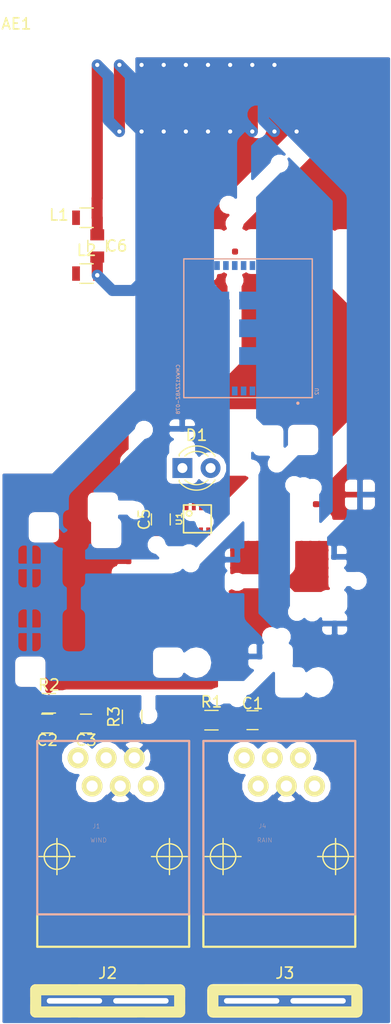
<source format=kicad_pcb>
(kicad_pcb (version 4) (host pcbnew 4.0.7-e2-6376~58~ubuntu16.04.1)

  (general
    (links 53)
    (no_connects 35)
    (area 0 0 0 0)
    (thickness 1.6)
    (drawings 11)
    (tracks 15)
    (zones 0)
    (modules 18)
    (nets 16)
  )

  (page A4)
  (layers
    (0 F.Cu signal)
    (31 B.Cu signal)
    (32 B.Adhes user)
    (33 F.Adhes user)
    (34 B.Paste user)
    (35 F.Paste user)
    (36 B.SilkS user)
    (37 F.SilkS user)
    (38 B.Mask user)
    (39 F.Mask user)
    (40 Dwgs.User user)
    (41 Cmts.User user)
    (42 Eco1.User user)
    (43 Eco2.User user)
    (44 Edge.Cuts user)
    (45 Margin user)
    (46 B.CrtYd user)
    (47 F.CrtYd user)
    (48 B.Fab user)
    (49 F.Fab user)
  )

  (setup
    (last_trace_width 0.25)
    (user_trace_width 1)
    (trace_clearance 0.2)
    (zone_clearance 0.508)
    (zone_45_only yes)
    (trace_min 0.2)
    (segment_width 0.2)
    (edge_width 0.15)
    (via_size 0.6)
    (via_drill 0.4)
    (via_min_size 0.4)
    (via_min_drill 0.3)
    (uvia_size 0.3)
    (uvia_drill 0.1)
    (uvias_allowed no)
    (uvia_min_size 0.2)
    (uvia_min_drill 0.1)
    (pcb_text_width 0.3)
    (pcb_text_size 1.5 1.5)
    (mod_edge_width 0.15)
    (mod_text_size 1 1)
    (mod_text_width 0.15)
    (pad_size 1.524 1.524)
    (pad_drill 0.762)
    (pad_to_mask_clearance 0.2)
    (aux_axis_origin 0 0)
    (visible_elements FFFEFF7F)
    (pcbplotparams
      (layerselection 0x00030_80000001)
      (usegerberextensions false)
      (excludeedgelayer true)
      (linewidth 0.100000)
      (plotframeref false)
      (viasonmask false)
      (mode 1)
      (useauxorigin false)
      (hpglpennumber 1)
      (hpglpenspeed 20)
      (hpglpendiameter 15)
      (hpglpenoverlay 2)
      (psnegative false)
      (psa4output false)
      (plotreference true)
      (plotvalue true)
      (plotinvisibletext false)
      (padsonsilk false)
      (subtractmaskfromsilk false)
      (outputformat 1)
      (mirror false)
      (drillshape 1)
      (scaleselection 1)
      (outputdirectory ""))
  )

  (net 0 "")
  (net 1 GND)
  (net 2 "Net-(AE1-Pad1)")
  (net 3 VCC)
  (net 4 /RAIN)
  (net 5 /WIND_DIR)
  (net 6 /WIND_SPEED)
  (net 7 /MISO)
  (net 8 /SCK)
  (net 9 /MOSI)
  (net 10 /BME_SS)
  (net 11 /SOLAR_6)
  (net 12 /SOLAR_5)
  (net 13 /SOLAR_2)
  (net 14 /SOLAR_1)
  (net 15 /ANT_MCU)

  (net_class Default "This is the default net class."
    (clearance 0.2)
    (trace_width 0.25)
    (via_dia 0.6)
    (via_drill 0.4)
    (uvia_dia 0.3)
    (uvia_drill 0.1)
    (add_net /ANT_MCU)
    (add_net /BME_SS)
    (add_net /MISO)
    (add_net /MOSI)
    (add_net /RAIN)
    (add_net /SCK)
    (add_net /SOLAR_1)
    (add_net /SOLAR_2)
    (add_net /SOLAR_5)
    (add_net /SOLAR_6)
    (add_net /WIND_DIR)
    (add_net /WIND_SPEED)
    (add_net GND)
    (add_net "Net-(AE1-Pad1)")
    (add_net VCC)
  )

  (module drawn_by_jpmeijers:PCB_HELICAL_ANTENNA_868 (layer F.Cu) (tedit 5B6AFC98) (tstamp 5B6B0372)
    (at 108.5596 46.6852)
    (path /5B6AFCB7)
    (fp_text reference AE1 (at -7.3 -3.7) (layer F.SilkS)
      (effects (font (size 1 1) (thickness 0.15)))
    )
    (fp_text value Antenna (at 0 -5) (layer F.Fab)
      (effects (font (size 1 1) (thickness 0.15)))
    )
    (fp_line (start 17 5) (end 18 6) (layer B.Cu) (width 1))
    (fp_line (start 17 1) (end 17 5) (layer B.Cu) (width 1))
    (fp_line (start 16 0) (end 17 1) (layer B.Cu) (width 1))
    (fp_line (start 18 6) (end 18 0) (layer F.Cu) (width 1))
    (fp_line (start 15 5) (end 16 6) (layer B.Cu) (width 1))
    (fp_line (start 15 1) (end 15 5) (layer B.Cu) (width 1))
    (fp_line (start 14 0) (end 15 1) (layer B.Cu) (width 1))
    (fp_line (start 16 6) (end 16 0) (layer F.Cu) (width 1))
    (fp_line (start 13 5) (end 14 6) (layer B.Cu) (width 1))
    (fp_line (start 13 1) (end 13 5) (layer B.Cu) (width 1))
    (fp_line (start 12 0) (end 13 1) (layer B.Cu) (width 1))
    (fp_line (start 14 6) (end 14 0) (layer F.Cu) (width 1))
    (fp_line (start 11 5) (end 12 6) (layer B.Cu) (width 1))
    (fp_line (start 11 1) (end 11 5) (layer B.Cu) (width 1))
    (fp_line (start 10 0) (end 11 1) (layer B.Cu) (width 1))
    (fp_line (start 12 6) (end 12 0) (layer F.Cu) (width 1))
    (fp_line (start 9 5) (end 10 6) (layer B.Cu) (width 1))
    (fp_line (start 9 1) (end 9 5) (layer B.Cu) (width 1))
    (fp_line (start 8 0) (end 9 1) (layer B.Cu) (width 1))
    (fp_line (start 10 6) (end 10 0) (layer F.Cu) (width 1))
    (fp_line (start 7 5) (end 8 6) (layer B.Cu) (width 1))
    (fp_line (start 7 1) (end 7 5) (layer B.Cu) (width 1))
    (fp_line (start 6 0) (end 7 1) (layer B.Cu) (width 1))
    (fp_line (start 8 6) (end 8 0) (layer F.Cu) (width 1))
    (fp_line (start 5 5) (end 6 6) (layer B.Cu) (width 1))
    (fp_line (start 5 1) (end 5 5) (layer B.Cu) (width 1))
    (fp_line (start 4 0) (end 5 1) (layer B.Cu) (width 1))
    (fp_line (start 6 6) (end 6 0) (layer F.Cu) (width 1))
    (fp_line (start 3 5) (end 4 6) (layer B.Cu) (width 1))
    (fp_line (start 3 1) (end 3 5) (layer B.Cu) (width 1))
    (fp_line (start 2 0) (end 3 1) (layer B.Cu) (width 1))
    (fp_line (start 4 6) (end 4 0) (layer F.Cu) (width 1))
    (fp_line (start 1 5) (end 2 6) (layer B.Cu) (width 1))
    (fp_line (start 1 1) (end 1 5) (layer B.Cu) (width 1))
    (fp_line (start 0 0) (end 1 1) (layer B.Cu) (width 1))
    (fp_line (start 2 6) (end 2 0) (layer F.Cu) (width 1))
    (fp_line (start 0 0) (end 0 12) (layer F.Cu) (width 1))
    (pad "" np_thru_hole circle (at 18 6) (size 1 1) (drill 0.38) (layers *.Cu))
    (pad "" np_thru_hole circle (at 16 0) (size 1 1) (drill 0.38) (layers *.Cu))
    (pad "" np_thru_hole circle (at 16 6) (size 1 1) (drill 0.38) (layers *.Cu))
    (pad "" np_thru_hole circle (at 14 0) (size 1 1) (drill 0.38) (layers *.Cu))
    (pad "" np_thru_hole circle (at 14 6) (size 1 1) (drill 0.38) (layers *.Cu))
    (pad "" np_thru_hole circle (at 12 0) (size 1 1) (drill 0.38) (layers *.Cu))
    (pad "" np_thru_hole circle (at 12 6) (size 1 1) (drill 0.38) (layers *.Cu))
    (pad "" np_thru_hole circle (at 10 0) (size 1 1) (drill 0.38) (layers *.Cu))
    (pad "" np_thru_hole circle (at 10 6) (size 1 1) (drill 0.38) (layers *.Cu))
    (pad "" np_thru_hole circle (at 8 0) (size 1 1) (drill 0.38) (layers *.Cu))
    (pad "" np_thru_hole circle (at 8 6) (size 1 1) (drill 0.38) (layers *.Cu))
    (pad "" np_thru_hole circle (at 6 0) (size 1 1) (drill 0.38) (layers *.Cu))
    (pad "" np_thru_hole circle (at 6 6) (size 1 1) (drill 0.38) (layers *.Cu))
    (pad "" np_thru_hole circle (at 4 0) (size 1 1) (drill 0.38) (layers *.Cu))
    (pad "" np_thru_hole circle (at 4 6) (size 1 1) (drill 0.38) (layers *.Cu))
    (pad "" np_thru_hole circle (at 2 0) (size 1 1) (drill 0.38) (layers *.Cu))
    (pad "" np_thru_hole circle (at 2 6) (size 1 1) (drill 0.38) (layers *.Cu))
    (pad "" np_thru_hole circle (at 0 0) (size 1 1) (drill 0.38) (layers *.Cu))
    (pad 1 smd circle (at 0 12) (size 1 1) (layers F.Cu F.Paste F.Mask)
      (net 2 "Net-(AE1-Pad1)"))
  )

  (module Capacitors_SMD:C_0805 (layer F.Cu) (tedit 5B8824A6) (tstamp 5B6AF79D)
    (at 108.5596 62.992 90)
    (descr "Capacitor SMD 0805, reflow soldering, AVX (see smccp.pdf)")
    (tags "capacitor 0805")
    (path /5B6AF612)
    (attr smd)
    (fp_text reference C6 (at 0 1.75 180) (layer F.SilkS)
      (effects (font (size 1 1) (thickness 0.15)))
    )
    (fp_text value 1pF (at 0 1.75 90) (layer F.Fab)
      (effects (font (size 1 1) (thickness 0.15)))
    )
    (fp_line (start -1 0.62) (end -1 -0.62) (layer F.Fab) (width 0.1))
    (fp_line (start 1 0.62) (end -1 0.62) (layer F.Fab) (width 0.1))
    (fp_line (start 1 -0.62) (end 1 0.62) (layer F.Fab) (width 0.1))
    (fp_line (start -1 -0.62) (end 1 -0.62) (layer F.Fab) (width 0.1))
    (fp_line (start 0.5 -0.85) (end -0.5 -0.85) (layer F.SilkS) (width 0.12))
    (fp_line (start -0.5 0.85) (end 0.5 0.85) (layer F.SilkS) (width 0.12))
    (fp_line (start -1.75 -0.88) (end 1.75 -0.88) (layer F.CrtYd) (width 0.05))
    (fp_line (start -1.75 -0.88) (end -1.75 0.87) (layer F.CrtYd) (width 0.05))
    (fp_line (start 1.75 0.87) (end 1.75 -0.88) (layer F.CrtYd) (width 0.05))
    (fp_line (start 1.75 0.87) (end -1.75 0.87) (layer F.CrtYd) (width 0.05))
    (pad 1 smd rect (at -1 0 90) (size 1 1.25) (layers F.Cu F.Paste F.Mask)
      (net 15 /ANT_MCU))
    (pad 2 smd rect (at 1 0 90) (size 1 1.25) (layers F.Cu F.Paste F.Mask)
      (net 2 "Net-(AE1-Pad1)"))
    (model Capacitors_SMD.3dshapes/C_0805.wrl
      (at (xyz 0 0 0))
      (scale (xyz 1 1 1))
      (rotate (xyz 0 0 0))
    )
  )

  (module Inductors_SMD:L_0805 (layer F.Cu) (tedit 5B88249F) (tstamp 5B6AF7C5)
    (at 107.5944 60.452)
    (descr "Resistor SMD 0805, reflow soldering, Vishay (see dcrcw.pdf)")
    (tags "resistor 0805")
    (path /5B6AF6B3)
    (attr smd)
    (fp_text reference L1 (at -2.5 -0.25) (layer F.SilkS)
      (effects (font (size 1 1) (thickness 0.15)))
    )
    (fp_text value 12nH (at 0 2.1) (layer F.Fab)
      (effects (font (size 1 1) (thickness 0.15)))
    )
    (fp_text user %R (at 0 0) (layer F.Fab)
      (effects (font (size 0.5 0.5) (thickness 0.075)))
    )
    (fp_line (start -1 0.62) (end -1 -0.62) (layer F.Fab) (width 0.1))
    (fp_line (start 1 0.62) (end -1 0.62) (layer F.Fab) (width 0.1))
    (fp_line (start 1 -0.62) (end 1 0.62) (layer F.Fab) (width 0.1))
    (fp_line (start -1 -0.62) (end 1 -0.62) (layer F.Fab) (width 0.1))
    (fp_line (start -1.6 -1) (end 1.6 -1) (layer F.CrtYd) (width 0.05))
    (fp_line (start -1.6 1) (end 1.6 1) (layer F.CrtYd) (width 0.05))
    (fp_line (start -1.6 -1) (end -1.6 1) (layer F.CrtYd) (width 0.05))
    (fp_line (start 1.6 -1) (end 1.6 1) (layer F.CrtYd) (width 0.05))
    (fp_line (start 0.6 0.88) (end -0.6 0.88) (layer F.SilkS) (width 0.12))
    (fp_line (start -0.6 -0.88) (end 0.6 -0.88) (layer F.SilkS) (width 0.12))
    (pad 1 smd rect (at -0.95 0) (size 0.7 1.3) (layers F.Cu F.Paste F.Mask)
      (net 1 GND))
    (pad 2 smd rect (at 0.95 0) (size 0.7 1.3) (layers F.Cu F.Paste F.Mask)
      (net 2 "Net-(AE1-Pad1)"))
    (model ${KISYS3DMOD}/Inductors_SMD.3dshapes/L_0805.wrl
      (at (xyz 0 0 0))
      (scale (xyz 1 1 1))
      (rotate (xyz 0 0 0))
    )
  )

  (module Inductors_SMD:L_0805 (layer F.Cu) (tedit 5B882481) (tstamp 5B6AF7CB)
    (at 107.5944 65.4812)
    (descr "Resistor SMD 0805, reflow soldering, Vishay (see dcrcw.pdf)")
    (tags "resistor 0805")
    (path /5B6AF732)
    (attr smd)
    (fp_text reference L2 (at 0 -2.1) (layer F.SilkS)
      (effects (font (size 1 1) (thickness 0.15)))
    )
    (fp_text value NA (at 3.25 -0.25) (layer F.Fab)
      (effects (font (size 1 1) (thickness 0.15)))
    )
    (fp_text user %R (at 0 0) (layer F.Fab)
      (effects (font (size 0.5 0.5) (thickness 0.075)))
    )
    (fp_line (start -1 0.62) (end -1 -0.62) (layer F.Fab) (width 0.1))
    (fp_line (start 1 0.62) (end -1 0.62) (layer F.Fab) (width 0.1))
    (fp_line (start 1 -0.62) (end 1 0.62) (layer F.Fab) (width 0.1))
    (fp_line (start -1 -0.62) (end 1 -0.62) (layer F.Fab) (width 0.1))
    (fp_line (start -1.6 -1) (end 1.6 -1) (layer F.CrtYd) (width 0.05))
    (fp_line (start -1.6 1) (end 1.6 1) (layer F.CrtYd) (width 0.05))
    (fp_line (start -1.6 -1) (end -1.6 1) (layer F.CrtYd) (width 0.05))
    (fp_line (start 1.6 -1) (end 1.6 1) (layer F.CrtYd) (width 0.05))
    (fp_line (start 0.6 0.88) (end -0.6 0.88) (layer F.SilkS) (width 0.12))
    (fp_line (start -0.6 -0.88) (end 0.6 -0.88) (layer F.SilkS) (width 0.12))
    (pad 1 smd rect (at -0.95 0) (size 0.7 1.3) (layers F.Cu F.Paste F.Mask)
      (net 1 GND))
    (pad 2 smd rect (at 0.95 0) (size 0.7 1.3) (layers F.Cu F.Paste F.Mask)
      (net 15 /ANT_MCU))
    (model ${KISYS3DMOD}/Inductors_SMD.3dshapes/L_0805.wrl
      (at (xyz 0 0 0))
      (scale (xyz 1 1 1))
      (rotate (xyz 0 0 0))
    )
  )

  (module drawn_by_jpmeijers:SPARKFUN_RJ11-6 locked (layer F.Cu) (tedit 200000) (tstamp 5B6B061A)
    (at 110 118)
    (path /5B6ADACC)
    (attr virtual)
    (fp_text reference J1 (at -1.524 -2.7432) (layer B.SilkS)
      (effects (font (size 0.4064 0.4064) (thickness 0.0254)))
    )
    (fp_text value WIND (at -1.3208 -1.4732) (layer B.SilkS)
      (effects (font (size 0.4064 0.4064) (thickness 0.0254)))
    )
    (fp_line (start 6.858 5.207) (end 6.858 -10.414) (layer B.SilkS) (width 0.2032))
    (fp_line (start 6.858 -10.414) (end -6.858 -10.414) (layer B.SilkS) (width 0.2032))
    (fp_line (start -6.858 -10.414) (end -6.858 5.207) (layer B.SilkS) (width 0.2032))
    (fp_line (start 6.858 5.207) (end -6.858 5.207) (layer B.SilkS) (width 0.2032))
    (fp_line (start -6.858 5.207) (end -6.858 8.128) (layer F.SilkS) (width 0.2032))
    (fp_line (start -6.858 8.128) (end 6.858 8.128) (layer F.SilkS) (width 0.2032))
    (fp_line (start 6.858 8.128) (end 6.858 5.207) (layer F.SilkS) (width 0.2032))
    (fp_circle (center -5.08 0) (end -5.8928 0.8128) (layer F.SilkS) (width 0.127))
    (fp_line (start -6.7056 0) (end -3.4544 0) (layer F.SilkS) (width 0.127))
    (fp_line (start -5.08 1.6256) (end -5.08 -1.6256) (layer F.SilkS) (width 0.127))
    (fp_circle (center 5.08 0) (end 5.8928 0.8128) (layer F.SilkS) (width 0.127))
    (fp_line (start 3.4544 0) (end 6.7056 0) (layer F.SilkS) (width 0.127))
    (fp_line (start 5.08 1.6256) (end 5.08 -1.6256) (layer F.SilkS) (width 0.127))
    (pad 1 thru_hole circle (at -3.175 -8.89) (size 1.8796 1.8796) (drill 1.016) (layers *.Cu F.Paste F.SilkS F.Mask))
    (pad 2 thru_hole circle (at -1.905 -6.35) (size 1.8796 1.8796) (drill 1.016) (layers *.Cu F.Paste F.SilkS F.Mask)
      (net 5 /WIND_DIR))
    (pad 3 thru_hole circle (at -0.635 -8.89) (size 1.8796 1.8796) (drill 1.016) (layers *.Cu F.Paste F.SilkS F.Mask)
      (net 6 /WIND_SPEED))
    (pad 4 thru_hole circle (at 0.635 -6.35) (size 1.8796 1.8796) (drill 1.016) (layers *.Cu F.Paste F.SilkS F.Mask)
      (net 1 GND))
    (pad 5 thru_hole circle (at 1.905 -8.89) (size 1.8796 1.8796) (drill 1.016) (layers *.Cu F.Paste F.SilkS F.Mask)
      (net 1 GND))
    (pad 6 thru_hole circle (at 3.175 -6.35) (size 1.8796 1.8796) (drill 1.016) (layers *.Cu F.Paste F.SilkS F.Mask))
  )

  (module drawn_by_jpmeijers:SPARKFUN_RJ11-6 locked (layer F.Cu) (tedit 200000) (tstamp 5B6B0630)
    (at 125 118)
    (path /5B6ADB89)
    (attr virtual)
    (fp_text reference J4 (at -1.524 -2.7432) (layer B.SilkS)
      (effects (font (size 0.4064 0.4064) (thickness 0.0254)))
    )
    (fp_text value RAIN (at -1.3208 -1.4732) (layer B.SilkS)
      (effects (font (size 0.4064 0.4064) (thickness 0.0254)))
    )
    (fp_line (start 6.858 5.207) (end 6.858 -10.414) (layer B.SilkS) (width 0.2032))
    (fp_line (start 6.858 -10.414) (end -6.858 -10.414) (layer B.SilkS) (width 0.2032))
    (fp_line (start -6.858 -10.414) (end -6.858 5.207) (layer B.SilkS) (width 0.2032))
    (fp_line (start 6.858 5.207) (end -6.858 5.207) (layer B.SilkS) (width 0.2032))
    (fp_line (start -6.858 5.207) (end -6.858 8.128) (layer F.SilkS) (width 0.2032))
    (fp_line (start -6.858 8.128) (end 6.858 8.128) (layer F.SilkS) (width 0.2032))
    (fp_line (start 6.858 8.128) (end 6.858 5.207) (layer F.SilkS) (width 0.2032))
    (fp_circle (center -5.08 0) (end -5.8928 0.8128) (layer F.SilkS) (width 0.127))
    (fp_line (start -6.7056 0) (end -3.4544 0) (layer F.SilkS) (width 0.127))
    (fp_line (start -5.08 1.6256) (end -5.08 -1.6256) (layer F.SilkS) (width 0.127))
    (fp_circle (center 5.08 0) (end 5.8928 0.8128) (layer F.SilkS) (width 0.127))
    (fp_line (start 3.4544 0) (end 6.7056 0) (layer F.SilkS) (width 0.127))
    (fp_line (start 5.08 1.6256) (end 5.08 -1.6256) (layer F.SilkS) (width 0.127))
    (pad 1 thru_hole circle (at -3.175 -8.89) (size 1.8796 1.8796) (drill 1.016) (layers *.Cu F.Paste F.SilkS F.Mask)
      (net 14 /SOLAR_1))
    (pad 2 thru_hole circle (at -1.905 -6.35) (size 1.8796 1.8796) (drill 1.016) (layers *.Cu F.Paste F.SilkS F.Mask)
      (net 13 /SOLAR_2))
    (pad 3 thru_hole circle (at -0.635 -8.89) (size 1.8796 1.8796) (drill 1.016) (layers *.Cu F.Paste F.SilkS F.Mask)
      (net 4 /RAIN))
    (pad 4 thru_hole circle (at 0.635 -6.35) (size 1.8796 1.8796) (drill 1.016) (layers *.Cu F.Paste F.SilkS F.Mask)
      (net 1 GND))
    (pad 5 thru_hole circle (at 1.905 -8.89) (size 1.8796 1.8796) (drill 1.016) (layers *.Cu F.Paste F.SilkS F.Mask)
      (net 12 /SOLAR_5))
    (pad 6 thru_hole circle (at 3.175 -6.35) (size 1.8796 1.8796) (drill 1.016) (layers *.Cu F.Paste F.SilkS F.Mask)
      (net 11 /SOLAR_6))
  )

  (module Resistors_SMD:R_0805 (layer F.Cu) (tedit 58E0A804) (tstamp 5B831747)
    (at 118.872 105.7148)
    (descr "Resistor SMD 0805, reflow soldering, Vishay (see dcrcw.pdf)")
    (tags "resistor 0805")
    (path /5B712A84)
    (attr smd)
    (fp_text reference R1 (at 0 -1.65) (layer F.SilkS)
      (effects (font (size 1 1) (thickness 0.15)))
    )
    (fp_text value 10k1 (at 0 1.75) (layer F.Fab)
      (effects (font (size 1 1) (thickness 0.15)))
    )
    (fp_text user %R (at 0 0) (layer F.Fab)
      (effects (font (size 0.5 0.5) (thickness 0.075)))
    )
    (fp_line (start -1 0.62) (end -1 -0.62) (layer F.Fab) (width 0.1))
    (fp_line (start 1 0.62) (end -1 0.62) (layer F.Fab) (width 0.1))
    (fp_line (start 1 -0.62) (end 1 0.62) (layer F.Fab) (width 0.1))
    (fp_line (start -1 -0.62) (end 1 -0.62) (layer F.Fab) (width 0.1))
    (fp_line (start 0.6 0.88) (end -0.6 0.88) (layer F.SilkS) (width 0.12))
    (fp_line (start -0.6 -0.88) (end 0.6 -0.88) (layer F.SilkS) (width 0.12))
    (fp_line (start -1.55 -0.9) (end 1.55 -0.9) (layer F.CrtYd) (width 0.05))
    (fp_line (start -1.55 -0.9) (end -1.55 0.9) (layer F.CrtYd) (width 0.05))
    (fp_line (start 1.55 0.9) (end 1.55 -0.9) (layer F.CrtYd) (width 0.05))
    (fp_line (start 1.55 0.9) (end -1.55 0.9) (layer F.CrtYd) (width 0.05))
    (pad 1 smd rect (at -0.95 0) (size 0.7 1.3) (layers F.Cu F.Paste F.Mask)
      (net 3 VCC))
    (pad 2 smd rect (at 0.95 0) (size 0.7 1.3) (layers F.Cu F.Paste F.Mask)
      (net 4 /RAIN))
    (model ${KISYS3DMOD}/Resistors_SMD.3dshapes/R_0805.wrl
      (at (xyz 0 0 0))
      (scale (xyz 1 1 1))
      (rotate (xyz 0 0 0))
    )
  )

  (module Capacitors_SMD:C_0805 (layer F.Cu) (tedit 58AA8463) (tstamp 5B83177A)
    (at 122.5804 105.7148)
    (descr "Capacitor SMD 0805, reflow soldering, AVX (see smccp.pdf)")
    (tags "capacitor 0805")
    (path /5B712AEF)
    (attr smd)
    (fp_text reference C1 (at 0 -1.5) (layer F.SilkS)
      (effects (font (size 1 1) (thickness 0.15)))
    )
    (fp_text value 100n (at 0 1.75) (layer F.Fab)
      (effects (font (size 1 1) (thickness 0.15)))
    )
    (fp_text user %R (at 0 -1.5) (layer F.Fab)
      (effects (font (size 1 1) (thickness 0.15)))
    )
    (fp_line (start -1 0.62) (end -1 -0.62) (layer F.Fab) (width 0.1))
    (fp_line (start 1 0.62) (end -1 0.62) (layer F.Fab) (width 0.1))
    (fp_line (start 1 -0.62) (end 1 0.62) (layer F.Fab) (width 0.1))
    (fp_line (start -1 -0.62) (end 1 -0.62) (layer F.Fab) (width 0.1))
    (fp_line (start 0.5 -0.85) (end -0.5 -0.85) (layer F.SilkS) (width 0.12))
    (fp_line (start -0.5 0.85) (end 0.5 0.85) (layer F.SilkS) (width 0.12))
    (fp_line (start -1.75 -0.88) (end 1.75 -0.88) (layer F.CrtYd) (width 0.05))
    (fp_line (start -1.75 -0.88) (end -1.75 0.87) (layer F.CrtYd) (width 0.05))
    (fp_line (start 1.75 0.87) (end 1.75 -0.88) (layer F.CrtYd) (width 0.05))
    (fp_line (start 1.75 0.87) (end -1.75 0.87) (layer F.CrtYd) (width 0.05))
    (pad 1 smd rect (at -1 0) (size 1 1.25) (layers F.Cu F.Paste F.Mask)
      (net 4 /RAIN))
    (pad 2 smd rect (at 1 0) (size 1 1.25) (layers F.Cu F.Paste F.Mask)
      (net 1 GND))
    (model Capacitors_SMD.3dshapes/C_0805.wrl
      (at (xyz 0 0 0))
      (scale (xyz 1 1 1))
      (rotate (xyz 0 0 0))
    )
  )

  (module Capacitors_SMD:C_0805 (layer F.Cu) (tedit 58AA8463) (tstamp 5B83178B)
    (at 104.0384 106.0196 180)
    (descr "Capacitor SMD 0805, reflow soldering, AVX (see smccp.pdf)")
    (tags "capacitor 0805")
    (path /5B730949)
    (attr smd)
    (fp_text reference C2 (at 0 -1.5 180) (layer F.SilkS)
      (effects (font (size 1 1) (thickness 0.15)))
    )
    (fp_text value 100n (at 0 1.75 180) (layer F.Fab)
      (effects (font (size 1 1) (thickness 0.15)))
    )
    (fp_text user %R (at 0 -1.5 180) (layer F.Fab)
      (effects (font (size 1 1) (thickness 0.15)))
    )
    (fp_line (start -1 0.62) (end -1 -0.62) (layer F.Fab) (width 0.1))
    (fp_line (start 1 0.62) (end -1 0.62) (layer F.Fab) (width 0.1))
    (fp_line (start 1 -0.62) (end 1 0.62) (layer F.Fab) (width 0.1))
    (fp_line (start -1 -0.62) (end 1 -0.62) (layer F.Fab) (width 0.1))
    (fp_line (start 0.5 -0.85) (end -0.5 -0.85) (layer F.SilkS) (width 0.12))
    (fp_line (start -0.5 0.85) (end 0.5 0.85) (layer F.SilkS) (width 0.12))
    (fp_line (start -1.75 -0.88) (end 1.75 -0.88) (layer F.CrtYd) (width 0.05))
    (fp_line (start -1.75 -0.88) (end -1.75 0.87) (layer F.CrtYd) (width 0.05))
    (fp_line (start 1.75 0.87) (end 1.75 -0.88) (layer F.CrtYd) (width 0.05))
    (fp_line (start 1.75 0.87) (end -1.75 0.87) (layer F.CrtYd) (width 0.05))
    (pad 1 smd rect (at -1 0 180) (size 1 1.25) (layers F.Cu F.Paste F.Mask)
      (net 5 /WIND_DIR))
    (pad 2 smd rect (at 1 0 180) (size 1 1.25) (layers F.Cu F.Paste F.Mask)
      (net 1 GND))
    (model Capacitors_SMD.3dshapes/C_0805.wrl
      (at (xyz 0 0 0))
      (scale (xyz 1 1 1))
      (rotate (xyz 0 0 0))
    )
  )

  (module Capacitors_SMD:C_0805 (layer F.Cu) (tedit 58AA8463) (tstamp 5B83179C)
    (at 107.5436 106.0196 180)
    (descr "Capacitor SMD 0805, reflow soldering, AVX (see smccp.pdf)")
    (tags "capacitor 0805")
    (path /5B712E03)
    (attr smd)
    (fp_text reference C3 (at 0 -1.5 180) (layer F.SilkS)
      (effects (font (size 1 1) (thickness 0.15)))
    )
    (fp_text value 100n (at 0 1.75 180) (layer F.Fab)
      (effects (font (size 1 1) (thickness 0.15)))
    )
    (fp_text user %R (at 0 -1.5 180) (layer F.Fab)
      (effects (font (size 1 1) (thickness 0.15)))
    )
    (fp_line (start -1 0.62) (end -1 -0.62) (layer F.Fab) (width 0.1))
    (fp_line (start 1 0.62) (end -1 0.62) (layer F.Fab) (width 0.1))
    (fp_line (start 1 -0.62) (end 1 0.62) (layer F.Fab) (width 0.1))
    (fp_line (start -1 -0.62) (end 1 -0.62) (layer F.Fab) (width 0.1))
    (fp_line (start 0.5 -0.85) (end -0.5 -0.85) (layer F.SilkS) (width 0.12))
    (fp_line (start -0.5 0.85) (end 0.5 0.85) (layer F.SilkS) (width 0.12))
    (fp_line (start -1.75 -0.88) (end 1.75 -0.88) (layer F.CrtYd) (width 0.05))
    (fp_line (start -1.75 -0.88) (end -1.75 0.87) (layer F.CrtYd) (width 0.05))
    (fp_line (start 1.75 0.87) (end 1.75 -0.88) (layer F.CrtYd) (width 0.05))
    (fp_line (start 1.75 0.87) (end -1.75 0.87) (layer F.CrtYd) (width 0.05))
    (pad 1 smd rect (at -1 0 180) (size 1 1.25) (layers F.Cu F.Paste F.Mask)
      (net 6 /WIND_SPEED))
    (pad 2 smd rect (at 1 0 180) (size 1 1.25) (layers F.Cu F.Paste F.Mask)
      (net 1 GND))
    (model Capacitors_SMD.3dshapes/C_0805.wrl
      (at (xyz 0 0 0))
      (scale (xyz 1 1 1))
      (rotate (xyz 0 0 0))
    )
  )

  (module Capacitors_SMD:C_0805 (layer F.Cu) (tedit 58AA8463) (tstamp 5B8317AD)
    (at 114.3 87.63 90)
    (descr "Capacitor SMD 0805, reflow soldering, AVX (see smccp.pdf)")
    (tags "capacitor 0805")
    (path /5B7317FB)
    (attr smd)
    (fp_text reference C5 (at 0 -1.5 90) (layer F.SilkS)
      (effects (font (size 1 1) (thickness 0.15)))
    )
    (fp_text value 100n (at 0 1.75 90) (layer F.Fab)
      (effects (font (size 1 1) (thickness 0.15)))
    )
    (fp_text user %R (at 0 -1.5 90) (layer F.Fab)
      (effects (font (size 1 1) (thickness 0.15)))
    )
    (fp_line (start -1 0.62) (end -1 -0.62) (layer F.Fab) (width 0.1))
    (fp_line (start 1 0.62) (end -1 0.62) (layer F.Fab) (width 0.1))
    (fp_line (start 1 -0.62) (end 1 0.62) (layer F.Fab) (width 0.1))
    (fp_line (start -1 -0.62) (end 1 -0.62) (layer F.Fab) (width 0.1))
    (fp_line (start 0.5 -0.85) (end -0.5 -0.85) (layer F.SilkS) (width 0.12))
    (fp_line (start -0.5 0.85) (end 0.5 0.85) (layer F.SilkS) (width 0.12))
    (fp_line (start -1.75 -0.88) (end 1.75 -0.88) (layer F.CrtYd) (width 0.05))
    (fp_line (start -1.75 -0.88) (end -1.75 0.87) (layer F.CrtYd) (width 0.05))
    (fp_line (start 1.75 0.87) (end 1.75 -0.88) (layer F.CrtYd) (width 0.05))
    (fp_line (start 1.75 0.87) (end -1.75 0.87) (layer F.CrtYd) (width 0.05))
    (pad 1 smd rect (at -1 0 90) (size 1 1.25) (layers F.Cu F.Paste F.Mask)
      (net 3 VCC))
    (pad 2 smd rect (at 1 0 90) (size 1 1.25) (layers F.Cu F.Paste F.Mask)
      (net 1 GND))
    (model Capacitors_SMD.3dshapes/C_0805.wrl
      (at (xyz 0 0 0))
      (scale (xyz 1 1 1))
      (rotate (xyz 0 0 0))
    )
  )

  (module Resistors_SMD:R_0805 (layer F.Cu) (tedit 58E0A804) (tstamp 5B839471)
    (at 104.1908 104.1908)
    (descr "Resistor SMD 0805, reflow soldering, Vishay (see dcrcw.pdf)")
    (tags "resistor 0805")
    (path /5B712D3C)
    (attr smd)
    (fp_text reference R2 (at 0 -1.65) (layer F.SilkS)
      (effects (font (size 1 1) (thickness 0.15)))
    )
    (fp_text value 10k2 (at 0 1.75) (layer F.Fab)
      (effects (font (size 1 1) (thickness 0.15)))
    )
    (fp_text user %R (at 0 0) (layer F.Fab)
      (effects (font (size 0.5 0.5) (thickness 0.075)))
    )
    (fp_line (start -1 0.62) (end -1 -0.62) (layer F.Fab) (width 0.1))
    (fp_line (start 1 0.62) (end -1 0.62) (layer F.Fab) (width 0.1))
    (fp_line (start 1 -0.62) (end 1 0.62) (layer F.Fab) (width 0.1))
    (fp_line (start -1 -0.62) (end 1 -0.62) (layer F.Fab) (width 0.1))
    (fp_line (start 0.6 0.88) (end -0.6 0.88) (layer F.SilkS) (width 0.12))
    (fp_line (start -0.6 -0.88) (end 0.6 -0.88) (layer F.SilkS) (width 0.12))
    (fp_line (start -1.55 -0.9) (end 1.55 -0.9) (layer F.CrtYd) (width 0.05))
    (fp_line (start -1.55 -0.9) (end -1.55 0.9) (layer F.CrtYd) (width 0.05))
    (fp_line (start 1.55 0.9) (end 1.55 -0.9) (layer F.CrtYd) (width 0.05))
    (fp_line (start 1.55 0.9) (end -1.55 0.9) (layer F.CrtYd) (width 0.05))
    (pad 1 smd rect (at -0.95 0) (size 0.7 1.3) (layers F.Cu F.Paste F.Mask)
      (net 3 VCC))
    (pad 2 smd rect (at 0.95 0) (size 0.7 1.3) (layers F.Cu F.Paste F.Mask)
      (net 5 /WIND_DIR))
    (model ${KISYS3DMOD}/Resistors_SMD.3dshapes/R_0805.wrl
      (at (xyz 0 0 0))
      (scale (xyz 1 1 1))
      (rotate (xyz 0 0 0))
    )
  )

  (module Resistors_SMD:R_0805 (layer F.Cu) (tedit 58E0A804) (tstamp 5B839477)
    (at 111.7092 105.41 90)
    (descr "Resistor SMD 0805, reflow soldering, Vishay (see dcrcw.pdf)")
    (tags "resistor 0805")
    (path /5B712E56)
    (attr smd)
    (fp_text reference R3 (at 0 -1.65 90) (layer F.SilkS)
      (effects (font (size 1 1) (thickness 0.15)))
    )
    (fp_text value 10k3 (at 0 1.75 90) (layer F.Fab)
      (effects (font (size 1 1) (thickness 0.15)))
    )
    (fp_text user %R (at 0 0 90) (layer F.Fab)
      (effects (font (size 0.5 0.5) (thickness 0.075)))
    )
    (fp_line (start -1 0.62) (end -1 -0.62) (layer F.Fab) (width 0.1))
    (fp_line (start 1 0.62) (end -1 0.62) (layer F.Fab) (width 0.1))
    (fp_line (start 1 -0.62) (end 1 0.62) (layer F.Fab) (width 0.1))
    (fp_line (start -1 -0.62) (end 1 -0.62) (layer F.Fab) (width 0.1))
    (fp_line (start 0.6 0.88) (end -0.6 0.88) (layer F.SilkS) (width 0.12))
    (fp_line (start -0.6 -0.88) (end 0.6 -0.88) (layer F.SilkS) (width 0.12))
    (fp_line (start -1.55 -0.9) (end 1.55 -0.9) (layer F.CrtYd) (width 0.05))
    (fp_line (start -1.55 -0.9) (end -1.55 0.9) (layer F.CrtYd) (width 0.05))
    (fp_line (start 1.55 0.9) (end 1.55 -0.9) (layer F.CrtYd) (width 0.05))
    (fp_line (start 1.55 0.9) (end -1.55 0.9) (layer F.CrtYd) (width 0.05))
    (pad 1 smd rect (at -0.95 0 90) (size 0.7 1.3) (layers F.Cu F.Paste F.Mask)
      (net 3 VCC))
    (pad 2 smd rect (at 0.95 0 90) (size 0.7 1.3) (layers F.Cu F.Paste F.Mask)
      (net 6 /WIND_SPEED))
    (model ${KISYS3DMOD}/Resistors_SMD.3dshapes/R_0805.wrl
      (at (xyz 0 0 0))
      (scale (xyz 1 1 1))
      (rotate (xyz 0 0 0))
    )
  )

  (module drawn_by_jpmeijers:BATTERY_TERMINAL locked (layer F.Cu) (tedit 5B839AF4) (tstamp 5B839D7E)
    (at 109.5 131)
    (path /5B6AD9CA)
    (fp_text reference J2 (at 0 -2.5) (layer F.SilkS)
      (effects (font (size 1 1) (thickness 0.15)))
    )
    (fp_text value "batt -" (at 0 -4) (layer F.Fab)
      (effects (font (size 1 1) (thickness 0.15)))
    )
    (fp_line (start -6.5 0) (end -6.5 -0.5) (layer F.SilkS) (width 1))
    (fp_line (start -6.5 -0.5) (end -6.5 -1) (layer F.SilkS) (width 1))
    (fp_line (start -6.5 -1) (end 6.5 -1) (layer F.SilkS) (width 1))
    (fp_line (start 6.5 -1) (end 6.5 1) (layer F.SilkS) (width 1))
    (fp_line (start 6.5 1) (end -6.5 1) (layer F.SilkS) (width 1))
    (fp_line (start -6.5 1) (end -6.5 0) (layer F.SilkS) (width 1))
    (pad 1 thru_hole rect (at -3 0) (size 7 2) (drill oval 5 0.5) (layers *.Cu *.Mask)
      (net 1 GND))
    (pad 1 thru_hole rect (at 3 0) (size 7 2) (drill oval 5 0.5) (layers *.Cu *.Mask)
      (net 1 GND))
  )

  (module drawn_by_jpmeijers:BATTERY_TERMINAL locked (layer F.Cu) (tedit 5B839AF4) (tstamp 5B839D89)
    (at 125.5 131)
    (path /5B6ADA23)
    (fp_text reference J3 (at 0 -2.5) (layer F.SilkS)
      (effects (font (size 1 1) (thickness 0.15)))
    )
    (fp_text value "batt +" (at 0 -4) (layer F.Fab)
      (effects (font (size 1 1) (thickness 0.15)))
    )
    (fp_line (start -6.5 0) (end -6.5 -0.5) (layer F.SilkS) (width 1))
    (fp_line (start -6.5 -0.5) (end -6.5 -1) (layer F.SilkS) (width 1))
    (fp_line (start -6.5 -1) (end 6.5 -1) (layer F.SilkS) (width 1))
    (fp_line (start 6.5 -1) (end 6.5 1) (layer F.SilkS) (width 1))
    (fp_line (start 6.5 1) (end -6.5 1) (layer F.SilkS) (width 1))
    (fp_line (start -6.5 1) (end -6.5 0) (layer F.SilkS) (width 1))
    (pad 1 thru_hole rect (at -3 0) (size 7 2) (drill oval 5 0.5) (layers *.Cu *.Mask)
      (net 3 VCC))
    (pad 1 thru_hole rect (at 3 0) (size 7 2) (drill oval 5 0.5) (layers *.Cu *.Mask)
      (net 3 VCC))
  )

  (module LEDs:LED_D3.0mm locked (layer F.Cu) (tedit 587A3A7B) (tstamp 5B881FEE)
    (at 116.25 83)
    (descr "LED, diameter 3.0mm, 2 pins")
    (tags "LED diameter 3.0mm 2 pins")
    (path /5B884D9C)
    (fp_text reference D1 (at 1.27 -2.96) (layer F.SilkS)
      (effects (font (size 1 1) (thickness 0.15)))
    )
    (fp_text value LED (at 1.27 2.96) (layer F.Fab)
      (effects (font (size 1 1) (thickness 0.15)))
    )
    (fp_arc (start 1.27 0) (end -0.23 -1.16619) (angle 284.3) (layer F.Fab) (width 0.1))
    (fp_arc (start 1.27 0) (end -0.29 -1.235516) (angle 108.8) (layer F.SilkS) (width 0.12))
    (fp_arc (start 1.27 0) (end -0.29 1.235516) (angle -108.8) (layer F.SilkS) (width 0.12))
    (fp_arc (start 1.27 0) (end 0.229039 -1.08) (angle 87.9) (layer F.SilkS) (width 0.12))
    (fp_arc (start 1.27 0) (end 0.229039 1.08) (angle -87.9) (layer F.SilkS) (width 0.12))
    (fp_circle (center 1.27 0) (end 2.77 0) (layer F.Fab) (width 0.1))
    (fp_line (start -0.23 -1.16619) (end -0.23 1.16619) (layer F.Fab) (width 0.1))
    (fp_line (start -0.29 -1.236) (end -0.29 -1.08) (layer F.SilkS) (width 0.12))
    (fp_line (start -0.29 1.08) (end -0.29 1.236) (layer F.SilkS) (width 0.12))
    (fp_line (start -1.15 -2.25) (end -1.15 2.25) (layer F.CrtYd) (width 0.05))
    (fp_line (start -1.15 2.25) (end 3.7 2.25) (layer F.CrtYd) (width 0.05))
    (fp_line (start 3.7 2.25) (end 3.7 -2.25) (layer F.CrtYd) (width 0.05))
    (fp_line (start 3.7 -2.25) (end -1.15 -2.25) (layer F.CrtYd) (width 0.05))
    (pad 1 thru_hole rect (at 0 0) (size 1.8 1.8) (drill 0.9) (layers *.Cu *.Mask))
    (pad 2 thru_hole circle (at 2.54 0) (size 1.8 1.8) (drill 0.9) (layers *.Cu *.Mask))
    (model ${KISYS3DMOD}/LEDs.3dshapes/LED_D3.0mm.wrl
      (at (xyz 0 0 0))
      (scale (xyz 0.393701 0.393701 0.393701))
      (rotate (xyz 0 0 0))
    )
  )

  (module components:BME280 (layer F.Cu) (tedit 5A215AE8) (tstamp 5B885130)
    (at 117.602 87.5792 90)
    (path /5B6BF707)
    (fp_text reference U1 (at 0 -1.651 90) (layer F.SilkS)
      (effects (font (size 0.5 0.6) (thickness 0.125)))
    )
    (fp_text value BME280 (at 0 -0.5 90) (layer F.Fab)
      (effects (font (size 0.15 0.15) (thickness 0.0375)))
    )
    (fp_line (start -1.25 1.25) (end -1.25 -1.25) (layer F.SilkS) (width 0.15))
    (fp_line (start 1.25 1.25) (end -1.25 1.25) (layer F.SilkS) (width 0.15))
    (fp_line (start 1.25 -1.25) (end 1.25 1.25) (layer F.SilkS) (width 0.15))
    (fp_line (start -1.25 -1.25) (end 1.25 -1.25) (layer F.SilkS) (width 0.15))
    (fp_circle (center 0.5 -0.75) (end 0.75 -0.75) (layer F.SilkS) (width 0.15))
    (pad 8 smd rect (at -1.125 -0.975 90) (size 0.7 0.35) (layers F.Cu F.Paste F.Mask)
      (net 3 VCC))
    (pad 7 smd rect (at -1.125 -0.325 90) (size 0.7 0.35) (layers F.Cu F.Paste F.Mask)
      (net 1 GND))
    (pad 6 smd rect (at -1.125 0.325 90) (size 0.7 0.35) (layers F.Cu F.Paste F.Mask)
      (net 3 VCC))
    (pad 5 smd rect (at -1.125 0.975 90) (size 0.7 0.35) (layers F.Cu F.Paste F.Mask)
      (net 7 /MISO))
    (pad 4 smd rect (at 1.125 0.975 90) (size 0.7 0.35) (layers F.Cu F.Paste F.Mask)
      (net 8 /SCK))
    (pad 3 smd rect (at 1.125 0.325 90) (size 0.7 0.35) (layers F.Cu F.Paste F.Mask)
      (net 9 /MOSI))
    (pad 2 smd rect (at 1.125 -0.325 90) (size 0.7 0.35) (layers F.Cu F.Paste F.Mask)
      (net 10 /BME_SS))
    (pad 1 smd rect (at 1.125 -0.975 90) (size 0.7 0.35) (layers F.Cu F.Paste F.Mask)
      (net 1 GND))
  )

  (module XCVR_CMWX1ZZABZ-078 (layer B.Cu) (tedit 0) (tstamp 5B88E976)
    (at 122.174 70.4088 90)
    (path /5B88DCE2)
    (attr smd)
    (fp_text reference U2 (at -5.69826 6.21527 90) (layer B.SilkS)
      (effects (font (size 0.320623 0.320623) (thickness 0.05)) (justify mirror))
    )
    (fp_text value CMWX1ZZABZ-078 (at -5.50019 -6.31538 90) (layer B.SilkS)
      (effects (font (size 0.320944 0.320944) (thickness 0.05)) (justify mirror))
    )
    (fp_line (start 6.25 -5.8) (end 6.25 5.8) (layer B.SilkS) (width 0.127))
    (fp_line (start 6.25 5.8) (end -6.25 5.8) (layer B.SilkS) (width 0.127))
    (fp_line (start -6.25 5.8) (end -6.25 -5.8) (layer B.SilkS) (width 0.127))
    (fp_line (start -6.5 5.975) (end 6.5 5.975) (layer Eco1.User) (width 0.05))
    (fp_line (start 6.5 5.975) (end 6.5 -5.975) (layer Eco1.User) (width 0.05))
    (fp_line (start 6.5 -5.975) (end -6.5 -5.975) (layer Eco1.User) (width 0.05))
    (fp_line (start -6.5 -5.975) (end -6.5 5.975) (layer Eco1.User) (width 0.05))
    (fp_circle (center -6.75 4.5) (end -6.6 4.5) (layer B.SilkS) (width 0))
    (fp_poly (pts (xy -1.225 1.65) (xy -0.975 1.65) (xy 0.975 1.65) (xy 1.225 1.65)) (layer B.Cu) (width 0))
    (fp_poly (pts (xy -1.225 1.65) (xy -0.975 1.65) (xy 0.975 1.65) (xy 1.225 1.65)) (layer B.Mask) (width 0))
    (fp_poly (pts (xy -1.7 1.7) (xy -1.7 3.3) (xy -2.8 3.3) (xy -3.3 2.8)
      (xy -3.3 1.7)) (layer B.Paste) (width 0))
    (fp_poly (pts (xy -3.4 1.6) (xy -1.6 1.6) (xy -1.6 3.4) (xy -2.9 3.4)
      (xy -3.4 2.9)) (layer B.Mask) (width 0))
    (fp_poly (pts (xy -1.7 1.7) (xy -1.7 3.3) (xy -2.8 3.3) (xy -3.3 2.8)
      (xy -3.3 1.7)) (layer B.Cu) (width 0))
    (fp_line (start 6.25 -5.8) (end -6.25 -5.8) (layer B.SilkS) (width 0.127))
    (pad 1 smd rect (at -5.65 4.4 90) (size 0.8 0.5) (layers B.Cu B.Paste B.Mask))
    (pad 2 smd rect (at -5.65 3.6 90) (size 0.8 0.5) (layers B.Cu B.Paste B.Mask))
    (pad 3 smd rect (at -5.65 2.8 90) (size 0.8 0.5) (layers B.Cu B.Paste B.Mask)
      (net 1 GND))
    (pad 4 smd rect (at -5.65 2 90) (size 0.8 0.5) (layers B.Cu B.Paste B.Mask))
    (pad 5 smd rect (at -5.65 1.2 90) (size 0.8 0.5) (layers B.Cu B.Paste B.Mask))
    (pad 6 smd rect (at -5.65 0.4 90) (size 0.8 0.5) (layers B.Cu B.Paste B.Mask))
    (pad 7 smd rect (at -5.65 -0.4 90) (size 0.8 0.5) (layers B.Cu B.Paste B.Mask)
      (net 1 GND))
    (pad 8 smd rect (at -5.65 -1.2 90) (size 0.8 0.5) (layers B.Cu B.Paste B.Mask))
    (pad 9 smd rect (at -5.65 -2 90) (size 0.8 0.5) (layers B.Cu B.Paste B.Mask))
    (pad 10 smd rect (at -5.65 -2.8 90) (size 0.8 0.5) (layers B.Cu B.Paste B.Mask))
    (pad 11 smd rect (at -5.65 -3.6 90) (size 0.8 0.5) (layers B.Cu B.Paste B.Mask))
    (pad 12 smd rect (at -5.65 -4.4 90) (size 0.8 0.5) (layers B.Cu B.Paste B.Mask))
    (pad 13 smd rect (at -4.4 -5.2) (size 0.8 0.5) (layers B.Cu B.Paste B.Mask))
    (pad 14 smd rect (at -3.6 -5.2) (size 0.8 0.5) (layers B.Cu B.Paste B.Mask)
      (net 9 /MOSI))
    (pad 15 smd rect (at -2.8 -5.2) (size 0.8 0.5) (layers B.Cu B.Paste B.Mask)
      (net 7 /MISO))
    (pad 16 smd rect (at -2 -5.2) (size 0.8 0.5) (layers B.Cu B.Paste B.Mask)
      (net 8 /SCK))
    (pad 17 smd rect (at -1.2 -5.2) (size 0.8 0.5) (layers B.Cu B.Paste B.Mask)
      (net 10 /BME_SS))
    (pad 18 smd rect (at -0.4 -5.2) (size 0.8 0.5) (layers B.Cu B.Paste B.Mask))
    (pad 19 smd rect (at 0.4 -5.2) (size 0.8 0.5) (layers B.Cu B.Paste B.Mask))
    (pad 20 smd rect (at 1.2 -5.2) (size 0.8 0.5) (layers B.Cu B.Paste B.Mask))
    (pad 21 smd rect (at 2 -5.2) (size 0.8 0.5) (layers B.Cu B.Paste B.Mask))
    (pad 22 smd rect (at 2.8 -5.2) (size 0.8 0.5) (layers B.Cu B.Paste B.Mask)
      (net 11 /SOLAR_6))
    (pad 23 smd rect (at 3.6 -5.2) (size 0.8 0.5) (layers B.Cu B.Paste B.Mask)
      (net 12 /SOLAR_5))
    (pad 24 smd rect (at 4.4 -5.2) (size 0.8 0.5) (layers B.Cu B.Paste B.Mask)
      (net 13 /SOLAR_2))
    (pad 25 smd rect (at 5.65 -4.4 270) (size 0.8 0.5) (layers B.Cu B.Paste B.Mask)
      (net 1 GND))
    (pad 26 smd rect (at 5.65 -3.6 270) (size 0.8 0.5) (layers B.Cu B.Paste B.Mask)
      (net 15 /ANT_MCU))
    (pad 27 smd rect (at 5.65 -2.8 270) (size 0.8 0.5) (layers B.Cu B.Paste B.Mask)
      (net 1 GND))
    (pad 28 smd rect (at 5.65 -2 270) (size 0.8 0.5) (layers B.Cu B.Paste B.Mask))
    (pad 29 smd rect (at 5.65 -1.2 270) (size 0.8 0.5) (layers B.Cu B.Paste B.Mask))
    (pad 30 smd rect (at 5.65 -0.4 270) (size 0.8 0.5) (layers B.Cu B.Paste B.Mask))
    (pad 31 smd rect (at 5.65 0.4 270) (size 0.8 0.5) (layers B.Cu B.Paste B.Mask))
    (pad 32 smd rect (at 5.65 1.2 270) (size 0.8 0.5) (layers B.Cu B.Paste B.Mask))
    (pad 33 smd rect (at 5.65 2 270) (size 0.8 0.5) (layers B.Cu B.Paste B.Mask)
      (net 14 /SOLAR_1))
    (pad 34 smd rect (at 5.65 2.8 270) (size 0.8 0.5) (layers B.Cu B.Paste B.Mask))
    (pad 35 smd rect (at 5.65 3.6 270) (size 0.8 0.5) (layers B.Cu B.Paste B.Mask))
    (pad 36 smd rect (at 5.65 4.4 270) (size 0.8 0.5) (layers B.Cu B.Paste B.Mask))
    (pad 37 smd rect (at 4.4 5.2 180) (size 0.8 0.5) (layers B.Cu B.Paste B.Mask))
    (pad 38 smd rect (at 3.6 5.2 180) (size 0.8 0.5) (layers B.Cu B.Paste B.Mask))
    (pad 39 smd rect (at 2.8 5.2 180) (size 0.8 0.5) (layers B.Cu B.Paste B.Mask))
    (pad 40 smd rect (at 2 5.2 180) (size 0.8 0.5) (layers B.Cu B.Paste B.Mask))
    (pad 41 smd rect (at 1.2 5.2 180) (size 0.8 0.5) (layers B.Cu B.Paste B.Mask)
      (net 6 /WIND_SPEED))
    (pad 42 smd rect (at 0.4 5.2 180) (size 0.8 0.5) (layers B.Cu B.Paste B.Mask)
      (net 4 /RAIN))
    (pad 43 smd rect (at -0.4 5.2 180) (size 0.8 0.5) (layers B.Cu B.Paste B.Mask))
    (pad 44 smd rect (at -1.2 5.2 180) (size 0.8 0.5) (layers B.Cu B.Paste B.Mask)
      (net 1 GND))
    (pad 45 smd rect (at -2 5.2 180) (size 0.8 0.5) (layers B.Cu B.Paste B.Mask))
    (pad 46 smd rect (at -2.8 5.2 180) (size 0.8 0.5) (layers B.Cu B.Paste B.Mask))
    (pad 47 smd rect (at -3.6 5.2 180) (size 0.8 0.5) (layers B.Cu B.Paste B.Mask))
    (pad 48 smd rect (at -4.4 5.2 180) (size 0.8 0.5) (layers B.Cu B.Paste B.Mask))
    (pad 50 smd rect (at 0 2.5 90) (size 1.6 1.6) (layers B.Cu B.Paste B.Mask)
      (net 1 GND))
    (pad 51 smd rect (at 2.5 2.5 90) (size 1.6 1.6) (layers B.Cu B.Paste B.Mask)
      (net 1 GND))
    (pad 52 smd rect (at -2.5 0 90) (size 1.6 1.6) (layers B.Cu B.Paste B.Mask)
      (net 1 GND))
    (pad 53 smd rect (at 0 0 90) (size 1.6 1.6) (layers B.Cu B.Paste B.Mask)
      (net 1 GND))
    (pad 54 smd rect (at 2.5 0 90) (size 1.6 1.6) (layers B.Cu B.Paste B.Mask)
      (net 1 GND))
    (pad 55 smd rect (at -2.5 -2.5 90) (size 1.6 1.6) (layers B.Cu B.Paste B.Mask)
      (net 1 GND))
    (pad 56 smd rect (at 0 -2.5 90) (size 1.6 1.6) (layers B.Cu B.Paste B.Mask)
      (net 1 GND))
    (pad 57 smd rect (at 2.5 -2.5 90) (size 1.6 1.6) (layers B.Cu B.Paste B.Mask)
      (net 1 GND))
    (pad 49 smd rect (at -2.5 2.5 90) (size 1 1) (layers B.Cu B.Paste B.Mask)
      (net 1 GND))
  )

  (gr_line (start 107 95) (end 107 79) (angle 90) (layer Dwgs.User) (width 0.2))
  (gr_line (start 107 95) (end 128 95) (angle 90) (layer Dwgs.User) (width 0.2))
  (gr_line (start 128 79) (end 128 95) (angle 90) (layer Dwgs.User) (width 0.2))
  (gr_line (start 128 79) (end 107 79) (angle 90) (layer Dwgs.User) (width 0.2))
  (gr_line (start 128 91) (end 128 95) (angle 90) (layer Dwgs.User) (width 0.2))
  (gr_line (start 135 46) (end 135 70) (angle 90) (layer Margin) (width 0.2))
  (gr_line (start 100 46) (end 135 46) (angle 90) (layer Margin) (width 0.2))
  (gr_line (start 100 70) (end 100 46) (angle 90) (layer Margin) (width 0.2))
  (gr_line (start 100 133) (end 100 70) (angle 90) (layer Margin) (width 0.2))
  (gr_line (start 135 133) (end 100 133) (angle 90) (layer Margin) (width 0.2))
  (gr_line (start 135 70) (end 135 133) (angle 90) (layer Margin) (width 0.2))

  (segment (start 108.5444 60.452) (end 108.5444 58.7004) (width 1) (layer F.Cu) (net 2))
  (segment (start 108.5444 58.7004) (end 108.5596 58.6852) (width 1) (layer F.Cu) (net 2) (tstamp 5B88EB5F))
  (segment (start 108.5596 61.992) (end 108.5596 60.4672) (width 1) (layer F.Cu) (net 2))
  (segment (start 108.5596 60.4672) (end 108.5444 60.452) (width 1) (layer F.Cu) (net 2) (tstamp 5B88EB5C))
  (segment (start 118.569049 63.805054) (end 118.569049 62.130249) (width 1) (layer B.Cu) (net 15))
  (segment (start 118.574 64.7588) (end 118.569049 63.805054) (width 0.25) (layer B.Cu) (net 15))
  (segment (start 108.5596 65.6336) (end 108.5596 63.992) (width 1) (layer F.Cu) (net 15) (tstamp 5B88EB59))
  (via (at 108.5596 65.6336) (size 0.6) (drill 0.4) (layers F.Cu B.Cu) (net 15))
  (segment (start 109.9312 67.0052) (end 108.5596 65.6336) (width 1) (layer B.Cu) (net 15) (tstamp 5B88EB57))
  (segment (start 111.8108 67.0052) (end 109.9312 67.0052) (width 1) (layer B.Cu) (net 15) (tstamp 5B88EB56))
  (segment (start 113.284 65.532) (end 111.8108 67.0052) (width 1) (layer B.Cu) (net 15) (tstamp 5B88EB55))
  (segment (start 113.284 61.976) (end 113.284 65.532) (width 1) (layer B.Cu) (net 15) (tstamp 5B88EB54))
  (segment (start 114.808 60.452) (end 113.284 61.976) (width 1) (layer B.Cu) (net 15) (tstamp 5B88EB53))
  (segment (start 116.8908 60.452) (end 114.808 60.452) (width 1) (layer B.Cu) (net 15) (tstamp 5B88EB52))
  (segment (start 118.569049 62.130249) (end 116.8908 60.452) (width 1) (layer B.Cu) (net 15) (tstamp 5B88EB51))

  (zone (net 1) (net_name GND) (layer F.Cu) (tstamp 5B88385D) (hatch edge 0.508)
    (connect_pads (clearance 0.508))
    (min_thickness 0.254)
    (fill yes (arc_segments 16) (thermal_gap 0.508) (thermal_bridge_width 0.508))
    (polygon
      (pts
        (xy 100 46) (xy 135 46) (xy 135 133) (xy 100 133)
      )
    )
    (filled_polygon
      (pts
        (xy 120.040301 65.538327) (xy 120.152505 65.584803) (xy 120.019962 65.904001) (xy 120.019638 66.275967) (xy 120.161683 66.619743)
        (xy 120.1948 66.652918) (xy 120.1948 72.837198) (xy 117.541198 75.4908) (xy 117.03825 75.4908) (xy 116.92525 75.3778)
        (xy 115.951 75.3778) (xy 115.951 75.3978) (xy 115.697 75.3978) (xy 115.697 75.3778) (xy 114.72275 75.3778)
        (xy 114.60975 75.4908) (xy 114.554 75.4908) (xy 114.263161 75.548652) (xy 114.016599 75.713399) (xy 111.487599 78.242399)
        (xy 111.322852 78.488961) (xy 111.265 78.7798) (xy 111.265 81.251136) (xy 111.135599 81.337599) (xy 110.714599 81.758599)
        (xy 110.549852 82.005161) (xy 110.492 82.296) (xy 110.492 85.433186) (xy 110.38169 85.261759) (xy 110.16949 85.116769)
        (xy 109.9176 85.06576) (xy 108.2176 85.06576) (xy 107.982283 85.110038) (xy 107.766159 85.24911) (xy 107.621169 85.46131)
        (xy 107.57016 85.7132) (xy 107.57016 87.4132) (xy 107.614438 87.648517) (xy 107.75351 87.864641) (xy 107.884135 87.953893)
        (xy 107.87496 87.9992) (xy 107.87496 89.6992) (xy 107.919238 89.934517) (xy 108.05831 90.150641) (xy 108.27051 90.295631)
        (xy 108.5224 90.34664) (xy 110.2224 90.34664) (xy 110.427779 90.307995) (xy 110.331273 90.404501) (xy 110.2346 90.63789)
        (xy 110.2346 91.10345) (xy 110.39335 91.2622) (xy 111.2426 91.2622) (xy 111.2426 90.28795) (xy 111.08385 90.1292)
        (xy 110.743291 90.1292) (xy 110.678914 90.155866) (xy 110.818831 89.95109) (xy 110.86984 89.6992) (xy 110.86984 88.883762)
        (xy 111.3409 88.412702) (xy 112.983878 90.05568) (xy 112.983838 90.101167) (xy 112.990281 90.11676) (xy 112.8696 90.11676)
        (xy 112.634283 90.161038) (xy 112.418159 90.30011) (xy 112.371631 90.368206) (xy 112.229298 90.225873) (xy 111.995909 90.1292)
        (xy 111.65535 90.1292) (xy 111.4966 90.28795) (xy 111.4966 91.2622) (xy 111.5166 91.2622) (xy 111.5166 91.5162)
        (xy 111.4966 91.5162) (xy 111.4966 91.5362) (xy 111.2426 91.5362) (xy 111.2426 91.5162) (xy 110.39335 91.5162)
        (xy 110.2346 91.67495) (xy 110.2346 91.723614) (xy 110.136683 91.742038) (xy 109.920559 91.88111) (xy 109.775569 92.09331)
        (xy 109.72456 92.3452) (xy 109.72456 94.4452) (xy 109.768838 94.680517) (xy 109.90791 94.896641) (xy 109.977711 94.944334)
        (xy 109.920559 94.98111) (xy 109.775569 95.19331) (xy 109.72456 95.4452) (xy 109.72456 97.5452) (xy 109.768838 97.780517)
        (xy 109.90791 97.996641) (xy 110.12011 98.141631) (xy 110.2346 98.164816) (xy 110.2346 98.21545) (xy 110.39335 98.3742)
        (xy 111.2426 98.3742) (xy 111.2426 98.3542) (xy 111.4966 98.3542) (xy 111.4966 98.3742) (xy 111.5166 98.3742)
        (xy 111.5166 98.6282) (xy 111.4966 98.6282) (xy 111.4966 99.60245) (xy 111.65535 99.7612) (xy 111.995909 99.7612)
        (xy 112.229298 99.664527) (xy 112.370536 99.52329) (xy 112.40551 99.577641) (xy 112.61771 99.722631) (xy 112.8696 99.77364)
        (xy 113.46296 99.77364) (xy 113.46296 101.3832) (xy 113.507238 101.618517) (xy 113.64631 101.834641) (xy 113.85851 101.979631)
        (xy 114.1104 102.03064) (xy 115.8104 102.03064) (xy 116.045717 101.986362) (xy 116.261841 101.84729) (xy 116.406831 101.63509)
        (xy 116.420486 101.567659) (xy 116.450346 101.612347) (xy 116.932115 101.934254) (xy 117.5004 102.047293) (xy 118.068685 101.934254)
        (xy 118.550454 101.612347) (xy 118.805956 101.22996) (xy 119.338398 101.762402) (xy 119.338398 102.646119) (xy 119.245633 102.646038)
        (xy 118.901857 102.788083) (xy 118.868682 102.8212) (xy 105.7504 102.8212) (xy 105.459561 102.879052) (xy 105.438148 102.89336)
        (xy 104.7908 102.89336) (xy 104.555483 102.937638) (xy 104.339359 103.07671) (xy 104.194369 103.28891) (xy 104.191719 103.301997)
        (xy 104.05489 103.089359) (xy 104.0008 103.052401) (xy 104.0008 102.250517) (xy 104.01184 102.196) (xy 104.01184 100.496)
        (xy 103.967562 100.260683) (xy 103.82849 100.044559) (xy 103.61629 99.899569) (xy 103.3644 99.84856) (xy 101.6644 99.84856)
        (xy 101.429083 99.892838) (xy 101.212959 100.03191) (xy 101.067969 100.24411) (xy 101.01696 100.496) (xy 101.01696 102.196)
        (xy 101.061238 102.431317) (xy 101.20031 102.647441) (xy 101.41251 102.792431) (xy 101.6644 102.84344) (xy 102.4808 102.84344)
        (xy 102.4808 103.050043) (xy 102.439359 103.07671) (xy 102.294369 103.28891) (xy 102.24336 103.5408) (xy 102.24336 104.829491)
        (xy 102.178702 104.856273) (xy 102.000073 105.034901) (xy 101.9034 105.26829) (xy 101.9034 105.73385) (xy 102.06215 105.8926)
        (xy 102.9114 105.8926) (xy 102.9114 105.8726) (xy 103.1654 105.8726) (xy 103.1654 105.8926) (xy 103.1854 105.8926)
        (xy 103.1854 106.1466) (xy 103.1654 106.1466) (xy 103.1654 107.12085) (xy 103.32415 107.2796) (xy 103.664709 107.2796)
        (xy 103.898098 107.182927) (xy 104.039336 107.04169) (xy 104.07431 107.096041) (xy 104.2784 107.23549) (xy 104.2784 107.7308)
        (xy 104.336252 108.021639) (xy 104.500999 108.268201) (xy 104.7516 108.518802) (xy 104.7516 110.5916) (xy 104.809452 110.882439)
        (xy 104.974199 111.129001) (xy 106.032599 112.187401) (xy 106.279161 112.352148) (xy 106.57 112.41) (xy 106.70509 112.41)
        (xy 106.759171 112.540887) (xy 107.201783 112.984272) (xy 107.780379 113.224526) (xy 108.406873 113.225073) (xy 108.985887 112.985829)
        (xy 109.213144 112.758968) (xy 109.705637 112.758968) (xy 109.796923 113.01958) (xy 110.384833 113.236045) (xy 111.010828 113.211049)
        (xy 111.473077 113.01958) (xy 111.564363 112.758968) (xy 110.635 111.829605) (xy 109.705637 112.758968) (xy 109.213144 112.758968)
        (xy 109.427601 112.544885) (xy 109.526032 112.579363) (xy 110.455395 111.65) (xy 110.441253 111.635858) (xy 110.620858 111.456253)
        (xy 110.635 111.470395) (xy 110.649143 111.456253) (xy 110.828748 111.635858) (xy 110.814605 111.65) (xy 111.743968 112.579363)
        (xy 111.842964 112.544687) (xy 112.281783 112.984272) (xy 112.860379 113.224526) (xy 113.486873 113.225073) (xy 114.065887 112.985829)
        (xy 114.509272 112.543217) (xy 114.749526 111.964621) (xy 114.750073 111.338127) (xy 114.510829 110.759113) (xy 114.068217 110.315728)
        (xy 113.489621 110.075474) (xy 113.049698 110.07509) (xy 113.01397 110.039362) (xy 113.27458 109.948077) (xy 113.491045 109.360167)
        (xy 113.466049 108.734172) (xy 113.27458 108.271923) (xy 113.013968 108.180637) (xy 112.084605 109.11) (xy 112.098748 109.124143)
        (xy 111.919143 109.303748) (xy 111.905 109.289605) (xy 111.890858 109.303748) (xy 111.711253 109.124143) (xy 111.725395 109.11)
        (xy 110.796032 108.180637) (xy 110.697036 108.215313) (xy 110.483129 108.001032) (xy 110.975637 108.001032) (xy 111.905 108.930395)
        (xy 112.834363 108.001032) (xy 112.743077 107.74042) (xy 112.155167 107.523955) (xy 111.529172 107.548951) (xy 111.066923 107.74042)
        (xy 110.975637 108.001032) (xy 110.483129 108.001032) (xy 110.258217 107.775728) (xy 110.125 107.720411) (xy 110.125 105.325802)
        (xy 110.448032 105.00277) (xy 110.456038 105.045317) (xy 110.59511 105.261441) (xy 110.80731 105.406431) (xy 110.820397 105.409081)
        (xy 110.607759 105.54591) (xy 110.462769 105.75811) (xy 110.41176 106.01) (xy 110.41176 106.71) (xy 110.456038 106.945317)
        (xy 110.59511 107.161441) (xy 110.80731 107.306431) (xy 111.0592 107.35744) (xy 112.3592 107.35744) (xy 112.594517 107.313162)
        (xy 112.810641 107.17409) (xy 112.955631 106.96189) (xy 113.00664 106.71) (xy 113.00664 106.508162) (xy 113.32208 106.192722)
        (xy 113.367567 106.192762) (xy 113.711343 106.050717) (xy 113.974592 105.787927) (xy 114.10789 105.466912) (xy 114.116002 105.4588)
        (xy 116.591198 105.4588) (xy 116.92456 105.792162) (xy 116.92456 106.3648) (xy 116.968838 106.600117) (xy 117.10791 106.816241)
        (xy 117.32011 106.961231) (xy 117.3652 106.970362) (xy 117.3652 111.7752) (xy 117.423052 112.066039) (xy 117.587799 112.312601)
        (xy 121.74 116.464803) (xy 121.74 129.35256) (xy 119 129.35256) (xy 118.764683 129.396838) (xy 118.548559 129.53591)
        (xy 118.403569 129.74811) (xy 118.35256 130) (xy 118.35256 132) (xy 118.396838 132.235317) (xy 118.53591 132.451441)
        (xy 118.74811 132.596431) (xy 119 132.64744) (xy 132 132.64744) (xy 132.235317 132.603162) (xy 132.451441 132.46409)
        (xy 132.596431 132.25189) (xy 132.64744 132) (xy 132.64744 130) (xy 132.603162 129.764683) (xy 132.46409 129.548559)
        (xy 132.25189 129.403569) (xy 132 129.35256) (xy 123.26 129.35256) (xy 123.26 116.15) (xy 123.202148 115.859161)
        (xy 123.14748 115.777345) (xy 123.037401 115.612598) (xy 118.8852 111.460398) (xy 118.8852 106.625544) (xy 119.00791 106.816241)
        (xy 119.22011 106.961231) (xy 119.472 107.01224) (xy 119.7884 107.01224) (xy 119.7884 109.6264) (xy 119.846252 109.917239)
        (xy 120.010999 110.163801) (xy 120.772999 110.925801) (xy 121.019561 111.090548) (xy 121.3104 111.1484) (xy 121.598114 111.1484)
        (xy 121.520474 111.335379) (xy 121.519927 111.961873) (xy 121.759171 112.540887) (xy 122.201783 112.984272) (xy 122.780379 113.224526)
        (xy 123.406873 113.225073) (xy 123.985887 112.985829) (xy 124.213144 112.758968) (xy 124.705637 112.758968) (xy 124.796923 113.01958)
        (xy 125.384833 113.236045) (xy 126.010828 113.211049) (xy 126.473077 113.01958) (xy 126.564363 112.758968) (xy 125.635 111.829605)
        (xy 124.705637 112.758968) (xy 124.213144 112.758968) (xy 124.427601 112.544885) (xy 124.526032 112.579363) (xy 125.455395 111.65)
        (xy 125.441253 111.635858) (xy 125.620858 111.456253) (xy 125.635 111.470395) (xy 125.649143 111.456253) (xy 125.828748 111.635858)
        (xy 125.814605 111.65) (xy 126.743968 112.579363) (xy 126.842964 112.544687) (xy 127.281783 112.984272) (xy 127.860379 113.224526)
        (xy 128.486873 113.225073) (xy 129.065887 112.985829) (xy 129.509272 112.543217) (xy 129.749526 111.964621) (xy 129.750073 111.338127)
        (xy 129.510829 110.759113) (xy 129.068217 110.315728) (xy 128.935 110.260411) (xy 128.935 108.715402) (xy 134.873 102.777402)
        (xy 134.873 132.873) (xy 100.127 132.873) (xy 100.127 131.28575) (xy 102.365 131.28575) (xy 102.365 132.12631)
        (xy 102.461673 132.359699) (xy 102.640302 132.538327) (xy 102.873691 132.635) (xy 106.21425 132.635) (xy 106.373 132.47625)
        (xy 106.373 131.127) (xy 106.627 131.127) (xy 106.627 132.47625) (xy 106.78575 132.635) (xy 112.21425 132.635)
        (xy 112.373 132.47625) (xy 112.373 131.127) (xy 112.627 131.127) (xy 112.627 132.47625) (xy 112.78575 132.635)
        (xy 116.126309 132.635) (xy 116.359698 132.538327) (xy 116.538327 132.359699) (xy 116.635 132.12631) (xy 116.635 131.28575)
        (xy 116.47625 131.127) (xy 112.627 131.127) (xy 112.373 131.127) (xy 106.627 131.127) (xy 106.373 131.127)
        (xy 102.52375 131.127) (xy 102.365 131.28575) (xy 100.127 131.28575) (xy 100.127 129.87369) (xy 102.365 129.87369)
        (xy 102.365 130.71425) (xy 102.52375 130.873) (xy 106.373 130.873) (xy 106.373 129.52375) (xy 106.627 129.52375)
        (xy 106.627 130.873) (xy 112.373 130.873) (xy 112.373 129.52375) (xy 112.627 129.52375) (xy 112.627 130.873)
        (xy 116.47625 130.873) (xy 116.635 130.71425) (xy 116.635 129.87369) (xy 116.538327 129.640301) (xy 116.359698 129.461673)
        (xy 116.126309 129.365) (xy 112.78575 129.365) (xy 112.627 129.52375) (xy 112.373 129.52375) (xy 112.21425 129.365)
        (xy 106.78575 129.365) (xy 106.627 129.52375) (xy 106.373 129.52375) (xy 106.21425 129.365) (xy 102.873691 129.365)
        (xy 102.640302 129.461673) (xy 102.461673 129.640301) (xy 102.365 129.87369) (xy 100.127 129.87369) (xy 100.127 106.30535)
        (xy 101.9034 106.30535) (xy 101.9034 106.77091) (xy 102.000073 107.004299) (xy 102.178702 107.182927) (xy 102.412091 107.2796)
        (xy 102.75265 107.2796) (xy 102.9114 107.12085) (xy 102.9114 106.1466) (xy 102.06215 106.1466) (xy 101.9034 106.30535)
        (xy 100.127 106.30535) (xy 100.127 98.78695) (xy 110.2346 98.78695) (xy 110.2346 99.25251) (xy 110.331273 99.485899)
        (xy 110.509902 99.664527) (xy 110.743291 99.7612) (xy 111.08385 99.7612) (xy 111.2426 99.60245) (xy 111.2426 98.6282)
        (xy 110.39335 98.6282) (xy 110.2346 98.78695) (xy 100.127 98.78695) (xy 100.127 87.4912) (xy 102.23616 87.4912)
        (xy 102.23616 89.1912) (xy 102.280438 89.426517) (xy 102.41951 89.642641) (xy 102.63171 89.787631) (xy 102.8836 89.83864)
        (xy 104.5836 89.83864) (xy 104.818917 89.794362) (xy 105.035041 89.65529) (xy 105.180031 89.44309) (xy 105.23104 89.1912)
        (xy 105.23104 87.4912) (xy 105.186762 87.255883) (xy 105.04769 87.039759) (xy 104.83549 86.894769) (xy 104.5836 86.84376)
        (xy 102.8836 86.84376) (xy 102.648283 86.888038) (xy 102.432159 87.02711) (xy 102.287169 87.23931) (xy 102.23616 87.4912)
        (xy 100.127 87.4912) (xy 100.127 83.627) (xy 104.5 83.627) (xy 104.547789 83.617666) (xy 104.589803 83.589803)
        (xy 112.089803 76.089803) (xy 112.116994 76.04941) (xy 112.127 76) (xy 112.127 74.624491) (xy 114.564 74.624491)
        (xy 114.564 74.96505) (xy 114.72275 75.1238) (xy 115.697 75.1238) (xy 115.697 74.27455) (xy 115.951 74.27455)
        (xy 115.951 75.1238) (xy 116.92525 75.1238) (xy 117.084 74.96505) (xy 117.084 74.624491) (xy 116.987327 74.391102)
        (xy 116.808699 74.212473) (xy 116.57531 74.1158) (xy 116.10975 74.1158) (xy 115.951 74.27455) (xy 115.697 74.27455)
        (xy 115.53825 74.1158) (xy 115.07269 74.1158) (xy 114.839301 74.212473) (xy 114.660673 74.391102) (xy 114.564 74.624491)
        (xy 112.127 74.624491) (xy 112.127 67.47895) (xy 116.9266 67.47895) (xy 116.9266 67.669509) (xy 117.023273 67.902898)
        (xy 117.201901 68.081527) (xy 117.43529 68.1782) (xy 117.92585 68.1782) (xy 118.0846 68.01945) (xy 118.0846 67.3202)
        (xy 118.3386 67.3202) (xy 118.3386 68.01945) (xy 118.49735 68.1782) (xy 118.98791 68.1782) (xy 119.221299 68.081527)
        (xy 119.399927 67.902898) (xy 119.4966 67.669509) (xy 119.4966 67.47895) (xy 119.33785 67.3202) (xy 118.3386 67.3202)
        (xy 118.0846 67.3202) (xy 117.08535 67.3202) (xy 116.9266 67.47895) (xy 112.127 67.47895) (xy 112.127 66.135)
        (xy 112.999009 66.135) (xy 113.224775 66.135197) (xy 113.225252 66.135) (xy 113.75 66.135) (xy 113.961148 66.093)
        (xy 114.060145 66.093) (xy 114.24811 66.221431) (xy 114.5 66.27244) (xy 115.5 66.27244) (xy 115.735317 66.228162)
        (xy 115.951441 66.08909) (xy 115.999134 66.019289) (xy 116.03591 66.076441) (xy 116.24811 66.221431) (xy 116.5 66.27244)
        (xy 117.280201 66.27244) (xy 117.201901 66.304873) (xy 117.023273 66.483502) (xy 116.9266 66.716891) (xy 116.9266 66.90745)
        (xy 117.08535 67.0662) (xy 118.0846 67.0662) (xy 118.0846 67.0462) (xy 118.3386 67.0462) (xy 118.3386 67.0662)
        (xy 119.33785 67.0662) (xy 119.4966 66.90745) (xy 119.4966 66.716891) (xy 119.399927 66.483502) (xy 119.221299 66.304873)
        (xy 119.085313 66.248546) (xy 119.096917 66.246362) (xy 119.313041 66.10729) (xy 119.458031 65.89509) (xy 119.508181 65.64744)
        (xy 119.6 65.64744) (xy 119.835317 65.603162) (xy 119.999492 65.497518)
      )
    )
    (filled_polygon
      (pts
        (xy 108.827599 104.473599) (xy 108.662852 104.720161) (xy 108.657482 104.74716) (xy 108.0436 104.74716) (xy 107.808283 104.791438)
        (xy 107.592159 104.93051) (xy 107.545631 104.998606) (xy 107.403298 104.856273) (xy 107.169909 104.7596) (xy 106.82935 104.7596)
        (xy 106.6706 104.91835) (xy 106.6706 105.8926) (xy 106.6906 105.8926) (xy 106.6906 106.1466) (xy 106.6706 106.1466)
        (xy 106.6706 107.12085) (xy 106.82935 107.2796) (xy 107.169909 107.2796) (xy 107.403298 107.182927) (xy 107.544536 107.04169)
        (xy 107.57951 107.096041) (xy 107.79171 107.241031) (xy 108.0436 107.29204) (xy 108.605 107.29204) (xy 108.605 107.72009)
        (xy 108.474113 107.774171) (xy 108.094727 108.152896) (xy 107.718217 107.775728) (xy 107.139621 107.535474) (xy 106.513127 107.534927)
        (xy 106.080471 107.713697) (xy 106.049001 107.666599) (xy 105.7984 107.415998) (xy 105.7984 107.231879) (xy 105.799842 107.230951)
        (xy 105.917291 107.2796) (xy 106.25785 107.2796) (xy 106.4166 107.12085) (xy 106.4166 106.1466) (xy 106.3966 106.1466)
        (xy 106.3966 105.8926) (xy 106.4166 105.8926) (xy 106.4166 104.91835) (xy 106.25785 104.7596) (xy 106.13824 104.7596)
        (xy 106.13824 104.3412) (xy 108.959998 104.3412)
      )
    )
    (filled_polygon
      (pts
        (xy 125.401799 107.075001) (xy 123.812999 107.075001) (xy 123.52216 107.132853) (xy 123.275598 107.2976) (xy 122.757809 107.815389)
        (xy 122.718217 107.775728) (xy 122.139621 107.535474) (xy 121.513127 107.534927) (xy 121.3084 107.619519) (xy 121.3084 106.98724)
        (xy 122.0804 106.98724) (xy 122.315717 106.942962) (xy 122.531841 106.80389) (xy 122.578369 106.735794) (xy 122.720702 106.878127)
        (xy 122.954091 106.9748) (xy 123.29465 106.9748) (xy 123.4534 106.81605) (xy 123.4534 105.8418) (xy 123.7074 105.8418)
        (xy 123.7074 106.81605) (xy 123.86615 106.9748) (xy 124.206709 106.9748) (xy 124.440098 106.878127) (xy 124.618727 106.699499)
        (xy 124.7154 106.46611) (xy 124.7154 106.00055) (xy 124.55665 105.8418) (xy 123.7074 105.8418) (xy 123.4534 105.8418)
        (xy 123.4334 105.8418) (xy 123.4334 105.5878) (xy 123.4534 105.5878) (xy 123.4534 105.5678) (xy 123.7074 105.5678)
        (xy 123.7074 105.5878) (xy 124.55665 105.5878) (xy 124.7154 105.42905) (xy 124.7154 104.96349) (xy 124.618727 104.730101)
        (xy 124.440098 104.551473) (xy 124.30038 104.4936) (xy 127.9832 104.4936)
      )
    )
    (filled_polygon
      (pts
        (xy 125.800483 96.490143) (xy 125.859663 96.549426) (xy 125.891452 96.709239) (xy 126.056199 96.955801) (xy 127.402958 98.30256)
        (xy 127.125 98.30256) (xy 126.995411 98.326944) (xy 126.875 98.30256) (xy 126.325 98.30256) (xy 126.219295 98.32245)
        (xy 126.20131 98.315) (xy 126.156897 98.315) (xy 126.157162 98.011233) (xy 126.015117 97.667457) (xy 125.76 97.411894)
        (xy 125.76 96.392166)
      )
    )
    (filled_polygon
      (pts
        (xy 125.017998 94.8) (xy 124.462599 95.355399) (xy 124.297852 95.601961) (xy 124.24 95.8928) (xy 124.24 97.210585)
        (xy 124.071633 97.210438) (xy 123.727857 97.352483) (xy 123.464608 97.615273) (xy 123.321962 97.958801) (xy 123.321663 98.30256)
        (xy 123.125 98.30256) (xy 122.995411 98.326944) (xy 122.875 98.30256) (xy 122.325 98.30256) (xy 122.195411 98.326944)
        (xy 122.075 98.30256) (xy 121.525 98.30256) (xy 121.395411 98.326944) (xy 121.275 98.30256) (xy 120.725 98.30256)
        (xy 120.690546 98.309043) (xy 120.69744 98.275) (xy 120.69744 97.725) (xy 120.673056 97.595411) (xy 120.69744 97.475)
        (xy 120.69744 96.925) (xy 120.673056 96.795411) (xy 120.69744 96.675) (xy 120.69744 96.125) (xy 120.673056 95.995411)
        (xy 120.69744 95.875) (xy 120.69744 95.325) (xy 120.673056 95.195411) (xy 120.69744 95.075) (xy 120.69744 94.525)
        (xy 120.67755 94.419295) (xy 120.685 94.40131) (xy 120.685 94.28575) (xy 120.588599 94.189349) (xy 120.54848 94.127002)
        (xy 120.685 94.127002) (xy 120.685 94.047702) (xy 121.022001 94.187638) (xy 121.393967 94.187962) (xy 121.737743 94.045917)
        (xy 121.82381 93.96) (xy 124.177998 93.96)
      )
    )
    (filled_polygon
      (pts
        (xy 128.725 89.69744) (xy 129.275 89.69744) (xy 129.309454 89.690957) (xy 129.30256 89.725) (xy 129.30256 90.275)
        (xy 129.326944 90.404589) (xy 129.30256 90.525) (xy 129.30256 91.075) (xy 129.326944 91.204589) (xy 129.30256 91.325)
        (xy 129.30256 91.875) (xy 129.326944 92.004589) (xy 129.30256 92.125) (xy 129.30256 92.675) (xy 129.326944 92.804589)
        (xy 129.30256 92.925) (xy 129.30256 93.475) (xy 129.32245 93.580705) (xy 129.315 93.59869) (xy 129.315 93.71425)
        (xy 129.411401 93.810651) (xy 129.441799 93.857891) (xy 129.151633 93.857638) (xy 128.807857 93.999683) (xy 128.76747 94.04)
        (xy 126.407602 94.04) (xy 125.567602 93.2) (xy 126.337401 92.430201) (xy 126.502148 92.183639) (xy 126.56 91.8928)
        (xy 126.56 89.69744) (xy 126.875 89.69744) (xy 127.004589 89.673056) (xy 127.125 89.69744) (xy 127.675 89.69744)
        (xy 127.804589 89.673056) (xy 127.925 89.69744) (xy 128.475 89.69744) (xy 128.604589 89.673056)
      )
    )
    (filled_polygon
      (pts
        (xy 125.04 89.468946) (xy 125.04 91.577998) (xy 124.177998 92.44) (xy 121.689498 92.44) (xy 121.395599 92.317962)
        (xy 121.023633 92.317638) (xy 120.727494 92.44) (xy 120.69744 92.44) (xy 120.69744 92.125) (xy 120.673056 91.995411)
        (xy 120.69744 91.875) (xy 120.69744 91.325) (xy 120.673056 91.195411) (xy 120.69744 91.075) (xy 120.69744 90.525)
        (xy 120.673056 90.395411) (xy 120.69744 90.275) (xy 120.69744 89.725) (xy 120.690957 89.690546) (xy 120.725 89.69744)
        (xy 121.275 89.69744) (xy 121.404589 89.673056) (xy 121.525 89.69744) (xy 122.075 89.69744) (xy 122.204589 89.673056)
        (xy 122.325 89.69744) (xy 122.875 89.69744) (xy 123.004589 89.673056) (xy 123.125 89.69744) (xy 123.675 89.69744)
        (xy 123.804589 89.673056) (xy 123.925 89.69744) (xy 124.475 89.69744) (xy 124.580705 89.67755) (xy 124.59869 89.685)
        (xy 124.71425 89.685) (xy 124.810651 89.588599) (xy 124.926441 89.51409) (xy 124.999884 89.406603)
      )
    )
    (filled_polygon
      (pts
        (xy 134.873 88.281398) (xy 134.354201 87.762599) (xy 134.107639 87.597852) (xy 133.8168 87.54) (xy 129.920558 87.54)
        (xy 129.878162 87.314683) (xy 129.73909 87.098559) (xy 129.52689 86.953569) (xy 129.4398 86.935933) (xy 129.4398 86.54415)
        (xy 129.28105 86.3854) (xy 128.4318 86.3854) (xy 128.4318 86.4054) (xy 128.1778 86.4054) (xy 128.1778 86.3854)
        (xy 128.1578 86.3854) (xy 128.1578 86.1314) (xy 128.1778 86.1314) (xy 128.1778 86.1114) (xy 128.4318 86.1114)
        (xy 128.4318 86.1314) (xy 129.28105 86.1314) (xy 129.4398 85.97265) (xy 129.4398 85.68055) (xy 130.7982 85.68055)
        (xy 130.7982 86.37111) (xy 130.894873 86.604499) (xy 131.073502 86.783127) (xy 131.306891 86.8798) (xy 131.99745 86.8798)
        (xy 132.1562 86.72105) (xy 132.1562 85.5218) (xy 132.4102 85.5218) (xy 132.4102 86.72105) (xy 132.56895 86.8798)
        (xy 133.259509 86.8798) (xy 133.492898 86.783127) (xy 133.671527 86.604499) (xy 133.7682 86.37111) (xy 133.7682 85.68055)
        (xy 133.60945 85.5218) (xy 132.4102 85.5218) (xy 132.1562 85.5218) (xy 130.95695 85.5218) (xy 130.7982 85.68055)
        (xy 129.4398 85.68055) (xy 129.4398 85.50709) (xy 129.343127 85.273701) (xy 129.164498 85.095073) (xy 128.938589 85.001498)
        (xy 128.950838 84.971999) (xy 128.950879 84.925123) (xy 129.457512 84.41849) (xy 130.7982 84.41849) (xy 130.7982 85.10905)
        (xy 130.95695 85.2678) (xy 132.1562 85.2678) (xy 132.1562 84.06855) (xy 132.4102 84.06855) (xy 132.4102 85.2678)
        (xy 133.60945 85.2678) (xy 133.7682 85.10905) (xy 133.7682 84.41849) (xy 133.671527 84.185101) (xy 133.492898 84.006473)
        (xy 133.259509 83.9098) (xy 132.56895 83.9098) (xy 132.4102 84.06855) (xy 132.1562 84.06855) (xy 131.99745 83.9098)
        (xy 131.306891 83.9098) (xy 131.073502 84.006473) (xy 130.894873 84.185101) (xy 130.7982 84.41849) (xy 129.457512 84.41849)
        (xy 133.537401 80.338601) (xy 133.702148 80.09204) (xy 133.76 79.8012) (xy 133.76 65.617334) (xy 133.835317 65.603162)
        (xy 134.051441 65.46409) (xy 134.196431 65.25189) (xy 134.24744 65) (xy 134.24744 62) (xy 134.203162 61.764683)
        (xy 134.06409 61.548559) (xy 133.85189 61.403569) (xy 133.6 61.35256) (xy 132.4 61.35256) (xy 132.164683 61.396838)
        (xy 131.998523 61.503759) (xy 131.85189 61.403569) (xy 131.6 61.35256) (xy 130.4 61.35256) (xy 130.164683 61.396838)
        (xy 129.998523 61.503759) (xy 129.85189 61.403569) (xy 129.6 61.35256) (xy 128.4 61.35256) (xy 128.164683 61.396838)
        (xy 127.998523 61.503759) (xy 127.85189 61.403569) (xy 127.6 61.35256) (xy 126.4 61.35256) (xy 126.164683 61.396838)
        (xy 125.998523 61.503759) (xy 125.85189 61.403569) (xy 125.6 61.35256) (xy 124.4 61.35256) (xy 124.164683 61.396838)
        (xy 123.998523 61.503759) (xy 123.85189 61.403569) (xy 123.6 61.35256) (xy 122.4 61.35256) (xy 122.164683 61.396838)
        (xy 122.000508 61.502482) (xy 121.959699 61.461673) (xy 121.78836 61.390702) (xy 121.889638 61.146799) (xy 121.889679 61.099923)
        (xy 128.146307 54.843295) (xy 128.299401 54.741001) (xy 131.537401 51.503001) (xy 131.702148 51.256439) (xy 131.76 50.9656)
        (xy 131.76 50.617334) (xy 131.835317 50.603162) (xy 131.999492 50.497518) (xy 132.040301 50.538327) (xy 132.27369 50.635)
        (xy 132.71425 50.635) (xy 132.873 50.47625) (xy 132.873 48.627) (xy 133.127 48.627) (xy 133.127 50.47625)
        (xy 133.28575 50.635) (xy 133.72631 50.635) (xy 133.959699 50.538327) (xy 134.138327 50.359698) (xy 134.235 50.126309)
        (xy 134.235 48.78575) (xy 134.07625 48.627) (xy 133.127 48.627) (xy 132.873 48.627) (xy 132.853 48.627)
        (xy 132.853 48.373) (xy 132.873 48.373) (xy 132.873 46.52375) (xy 133.127 46.52375) (xy 133.127 48.373)
        (xy 134.07625 48.373) (xy 134.235 48.21425) (xy 134.235 46.873691) (xy 134.138327 46.640302) (xy 133.959699 46.461673)
        (xy 133.72631 46.365) (xy 133.28575 46.365) (xy 133.127 46.52375) (xy 132.873 46.52375) (xy 132.71425 46.365)
        (xy 132.27369 46.365) (xy 132.040301 46.461673) (xy 131.99834 46.503634) (xy 131.85189 46.403569) (xy 131.6 46.35256)
        (xy 130.4 46.35256) (xy 130.164683 46.396838) (xy 129.998523 46.503759) (xy 129.85189 46.403569) (xy 129.6 46.35256)
        (xy 128.4 46.35256) (xy 128.164683 46.396838) (xy 127.998523 46.503759) (xy 127.85189 46.403569) (xy 127.6 46.35256)
        (xy 126.4 46.35256) (xy 126.164683 46.396838) (xy 125.998523 46.503759) (xy 125.85189 46.403569) (xy 125.6 46.35256)
        (xy 124.4 46.35256) (xy 124.164683 46.396838) (xy 123.998523 46.503759) (xy 123.85189 46.403569) (xy 123.6 46.35256)
        (xy 122.4 46.35256) (xy 122.164683 46.396838) (xy 121.998523 46.503759) (xy 121.85189 46.403569) (xy 121.6 46.35256)
        (xy 120.4 46.35256) (xy 120.164683 46.396838) (xy 120.000508 46.502482) (xy 119.959699 46.461673) (xy 119.72631 46.365)
        (xy 119.28575 46.365) (xy 119.127 46.52375) (xy 119.127 48.373) (xy 119.147 48.373) (xy 119.147 48.627)
        (xy 119.127 48.627) (xy 119.127 50.47625) (xy 119.28575 50.635) (xy 119.72631 50.635) (xy 119.959699 50.538327)
        (xy 120.00166 50.496366) (xy 120.14811 50.596431) (xy 120.4 50.64744) (xy 121.6 50.64744) (xy 121.835317 50.603162)
        (xy 122.001477 50.496241) (xy 122.14811 50.596431) (xy 122.168553 50.600571) (xy 122.143808 50.625273) (xy 122.001162 50.968801)
        (xy 122.000838 51.340767) (xy 122.142883 51.684543) (xy 122.324821 51.866799) (xy 122.245408 51.946073) (xy 122.102762 52.289601)
        (xy 122.102438 52.661567) (xy 122.244483 53.005343) (xy 122.507273 53.268592) (xy 122.850801 53.411238) (xy 123.222767 53.411562)
        (xy 123.566543 53.269517) (xy 123.829792 53.006727) (xy 123.972438 52.663199) (xy 123.972479 52.616323) (xy 125.537401 51.051401)
        (xy 125.702148 50.804839) (xy 125.738646 50.621352) (xy 125.835317 50.603162) (xy 126.001477 50.496241) (xy 126.14811 50.596431)
        (xy 126.24 50.615039) (xy 126.24 52.364798) (xy 120.25632 58.348478) (xy 120.210833 58.348438) (xy 119.867057 58.490483)
        (xy 119.603808 58.753273) (xy 119.461162 59.096801) (xy 119.460838 59.468767) (xy 119.602883 59.812543) (xy 119.865673 60.075792)
        (xy 120.209201 60.218438) (xy 120.374068 60.218582) (xy 120.162608 60.429673) (xy 120.019962 60.773201) (xy 120.019638 61.145167)
        (xy 120.134323 61.422728) (xy 120.040301 61.461673) (xy 119.99834 61.503634) (xy 119.85189 61.403569) (xy 119.6 61.35256)
        (xy 118.4 61.35256) (xy 118.164683 61.396838) (xy 117.948559 61.53591) (xy 117.803569 61.74811) (xy 117.75256 62)
        (xy 117.75256 63.142308) (xy 117.167308 63.72756) (xy 116.5 63.72756) (xy 116.264683 63.771838) (xy 116.048559 63.91091)
        (xy 116.000866 63.980711) (xy 115.96409 63.923559) (xy 115.75189 63.778569) (xy 115.5 63.72756) (xy 114.996953 63.72756)
        (xy 115.077 63.534309) (xy 115.077 63.34375) (xy 114.91825 63.185) (xy 113.919 63.185) (xy 113.919 63.205)
        (xy 113.665 63.205) (xy 113.665 63.185) (xy 112.66575 63.185) (xy 112.507 63.34375) (xy 112.507 63.534309)
        (xy 112.603673 63.767698) (xy 112.700974 63.865) (xy 112.127 63.865) (xy 112.127 62.581691) (xy 112.507 62.581691)
        (xy 112.507 62.77225) (xy 112.66575 62.931) (xy 113.665 62.931) (xy 113.665 62.23175) (xy 113.919 62.23175)
        (xy 113.919 62.931) (xy 114.91825 62.931) (xy 115.077 62.77225) (xy 115.077 62.581691) (xy 114.980327 62.348302)
        (xy 114.801699 62.169673) (xy 114.56831 62.073) (xy 114.07775 62.073) (xy 113.919 62.23175) (xy 113.665 62.23175)
        (xy 113.50625 62.073) (xy 113.01569 62.073) (xy 112.782301 62.169673) (xy 112.603673 62.348302) (xy 112.507 62.581691)
        (xy 112.127 62.581691) (xy 112.127 48.78575) (xy 117.765 48.78575) (xy 117.765 50.126309) (xy 117.861673 50.359698)
        (xy 118.040301 50.538327) (xy 118.27369 50.635) (xy 118.71425 50.635) (xy 118.873 50.47625) (xy 118.873 48.627)
        (xy 117.92375 48.627) (xy 117.765 48.78575) (xy 112.127 48.78575) (xy 112.127 46.873691) (xy 117.765 46.873691)
        (xy 117.765 48.21425) (xy 117.92375 48.373) (xy 118.873 48.373) (xy 118.873 46.52375) (xy 118.71425 46.365)
        (xy 118.27369 46.365) (xy 118.040301 46.461673) (xy 117.861673 46.640302) (xy 117.765 46.873691) (xy 112.127 46.873691)
        (xy 112.127 46.127) (xy 134.873 46.127)
      )
    )
    (filled_polygon
      (pts
        (xy 124.716 84.7852) (xy 124.773852 85.076039) (xy 124.938599 85.322601) (xy 125.04 85.424002) (xy 125.04 86.009476)
        (xy 125.0208 86.106) (xy 125.0208 86.2392) (xy 125.04 86.335724) (xy 125.04 87.135025) (xy 125.000116 87.193397)
        (xy 124.93909 87.098559) (xy 124.808755 87.009505) (xy 124.71425 86.915) (xy 124.59869 86.915) (xy 124.578247 86.923468)
        (xy 124.475 86.90256) (xy 123.925 86.90256) (xy 123.795411 86.926944) (xy 123.675 86.90256) (xy 123.36 86.90256)
        (xy 123.36 85.740802) (xy 124.716 84.384802)
      )
    )
    (filled_polygon
      (pts
        (xy 121.948473 83.850192) (xy 122.080842 83.905156) (xy 120.081198 85.9048) (xy 118.3132 85.9048) (xy 118.022361 85.962652)
        (xy 117.775799 86.127399) (xy 117.649592 86.253606) (xy 117.573527 86.177408) (xy 117.229999 86.034762) (xy 117.183123 86.034721)
        (xy 116.666201 85.517799) (xy 116.419639 85.353052) (xy 116.1288 85.2952) (xy 114.411602 85.2952) (xy 114.226402 85.11)
        (xy 114.27631 85.11) (xy 114.509699 85.013327) (xy 114.688327 84.834698) (xy 114.785 84.601309) (xy 114.785 84.41075)
        (xy 114.626252 84.252002) (xy 114.785 84.252002) (xy 114.785 84.194622) (xy 114.88591 84.351441) (xy 115.09811 84.496431)
        (xy 115.35 84.54744) (xy 117.15 84.54744) (xy 117.385317 84.503162) (xy 117.601441 84.36409) (xy 117.746431 84.15189)
        (xy 117.750567 84.131466) (xy 117.919357 84.300551) (xy 118.48333 84.534733) (xy 119.093991 84.535265) (xy 119.658371 84.302068)
        (xy 120.090551 83.870643) (xy 120.11241 83.818) (xy 121.916337 83.818)
      )
    )
    (filled_polygon
      (pts
        (xy 114.70256 83.449663) (xy 114.688327 83.415302) (xy 114.509699 83.236673) (xy 114.27631 83.14) (xy 114.22125 83.14)
        (xy 114.0625 83.29875) (xy 114.0625 83.476492) (xy 113.96409 83.323559) (xy 113.800603 83.211853) (xy 113.72875 83.14)
        (xy 113.67369 83.14) (xy 113.636829 83.155268) (xy 113.5 83.12756) (xy 113.15 83.12756) (xy 112.994493 83.156821)
        (xy 112.85 83.12756) (xy 112.5 83.12756) (xy 112.344493 83.156821) (xy 112.2 83.12756) (xy 112.012 83.12756)
        (xy 112.012 82.87244) (xy 112.2 82.87244) (xy 112.355507 82.843179) (xy 112.5 82.87244) (xy 112.85 82.87244)
        (xy 112.990086 82.846081) (xy 113.02369 82.86) (xy 113.07875 82.86) (xy 113.1562 82.78255) (xy 113.301441 82.68909)
        (xy 113.323384 82.656975) (xy 113.33591 82.676441) (xy 113.499397 82.788147) (xy 113.57125 82.86) (xy 113.62631 82.86)
        (xy 113.663171 82.844732) (xy 113.8 82.87244) (xy 114.15 82.87244) (xy 114.385317 82.828162) (xy 114.601441 82.68909)
        (xy 114.70256 82.541097)
      )
    )
    (filled_polygon
      (pts
        (xy 128.14811 65.596431) (xy 128.4 65.64744) (xy 128.43964 65.64744) (xy 128.462599 65.681801) (xy 131.32 68.539202)
        (xy 131.32 78.475998) (xy 128.64984 81.146158) (xy 128.64984 79.6172) (xy 128.605562 79.381883) (xy 128.46649 79.165759)
        (xy 128.25429 79.020769) (xy 128.0024 78.96976) (xy 126.3024 78.96976) (xy 126.236 78.982254) (xy 126.236 69.301202)
        (xy 127.301736 68.235466) (xy 127.312917 68.233362) (xy 127.529041 68.09429) (xy 127.674031 67.88209) (xy 127.699244 67.757587)
        (xy 127.702148 67.75324) (xy 127.726622 67.6302) (xy 127.76 67.4624) (xy 127.76 65.617334) (xy 127.835317 65.603162)
        (xy 128.001477 65.496241)
      )
    )
    (filled_polygon
      (pts
        (xy 126.14811 65.596431) (xy 126.24 65.615039) (xy 126.24 65.73276) (xy 126.0776 65.73276) (xy 125.842283 65.777038)
        (xy 125.626159 65.91611) (xy 125.579631 65.984206) (xy 125.437298 65.841873) (xy 125.203909 65.7452) (xy 124.86335 65.7452)
        (xy 124.7046 65.90395) (xy 124.7046 66.8782) (xy 124.7246 66.8782) (xy 124.7246 67.1322) (xy 124.7046 67.1322)
        (xy 124.7046 68.10645) (xy 124.86335 68.2652) (xy 125.122398 68.2652) (xy 124.938599 68.448999) (xy 124.773852 68.695561)
        (xy 124.716 68.9864) (xy 124.716 77.5736) (xy 117.09644 77.5736) (xy 117.09644 77.0108) (xy 117.856 77.0108)
        (xy 118.146839 76.952948) (xy 118.393401 76.788201) (xy 121.492201 73.689401) (xy 121.656948 73.442839) (xy 121.7148 73.152)
        (xy 121.7148 67.29095) (xy 123.4426 67.29095) (xy 123.4426 67.75651) (xy 123.539273 67.989899) (xy 123.717902 68.168527)
        (xy 123.951291 68.2652) (xy 124.29185 68.2652) (xy 124.4506 68.10645) (xy 124.4506 67.1322) (xy 123.60135 67.1322)
        (xy 123.4426 67.29095) (xy 121.7148 67.29095) (xy 121.7148 66.653263) (xy 121.746992 66.621127) (xy 121.889638 66.277599)
        (xy 121.889658 66.25389) (xy 123.4426 66.25389) (xy 123.4426 66.71945) (xy 123.60135 66.8782) (xy 124.4506 66.8782)
        (xy 124.4506 65.90395) (xy 124.29185 65.7452) (xy 123.951291 65.7452) (xy 123.717902 65.841873) (xy 123.539273 66.020501)
        (xy 123.4426 66.25389) (xy 121.889658 66.25389) (xy 121.889962 65.905633) (xy 121.770565 65.616669) (xy 121.959699 65.538327)
        (xy 122.00166 65.496366) (xy 122.14811 65.596431) (xy 122.4 65.64744) (xy 123.6 65.64744) (xy 123.835317 65.603162)
        (xy 124.001477 65.496241) (xy 124.14811 65.596431) (xy 124.4 65.64744) (xy 125.6 65.64744) (xy 125.835317 65.603162)
        (xy 126.001477 65.496241)
      )
    )
    (filled_polygon
      (pts
        (xy 121.127 63.373) (xy 121.147 63.373) (xy 121.147 63.627) (xy 121.127 63.627) (xy 121.127 63.647)
        (xy 120.873 63.647) (xy 120.873 63.627) (xy 120.853 63.627) (xy 120.853 63.373) (xy 120.873 63.373)
        (xy 120.873 63.353) (xy 121.127 63.353)
      )
    )
  )
  (zone (net 1) (net_name GND) (layer B.Cu) (tstamp 5B88386F) (hatch edge 0.508)
    (connect_pads (clearance 0.508))
    (min_thickness 0.254)
    (fill yes (arc_segments 16) (thermal_gap 0.508) (thermal_bridge_width 0.508))
    (polygon
      (pts
        (xy 100 133) (xy 135 133) (xy 135 46) (xy 100 46)
      )
    )
    (filled_polygon
      (pts
        (xy 134.873 132.873) (xy 100.127 132.873) (xy 100.127 131.28575) (xy 102.365 131.28575) (xy 102.365 132.12631)
        (xy 102.461673 132.359699) (xy 102.640302 132.538327) (xy 102.873691 132.635) (xy 106.21425 132.635) (xy 106.373 132.47625)
        (xy 106.373 131.127) (xy 106.627 131.127) (xy 106.627 132.47625) (xy 106.78575 132.635) (xy 112.21425 132.635)
        (xy 112.373 132.47625) (xy 112.373 131.127) (xy 112.627 131.127) (xy 112.627 132.47625) (xy 112.78575 132.635)
        (xy 116.126309 132.635) (xy 116.359698 132.538327) (xy 116.538327 132.359699) (xy 116.635 132.12631) (xy 116.635 131.28575)
        (xy 116.47625 131.127) (xy 112.627 131.127) (xy 112.373 131.127) (xy 106.627 131.127) (xy 106.373 131.127)
        (xy 102.52375 131.127) (xy 102.365 131.28575) (xy 100.127 131.28575) (xy 100.127 129.87369) (xy 102.365 129.87369)
        (xy 102.365 130.71425) (xy 102.52375 130.873) (xy 106.373 130.873) (xy 106.373 129.52375) (xy 106.627 129.52375)
        (xy 106.627 130.873) (xy 112.373 130.873) (xy 112.373 129.52375) (xy 112.627 129.52375) (xy 112.627 130.873)
        (xy 116.47625 130.873) (xy 116.635 130.71425) (xy 116.635 130) (xy 118.35256 130) (xy 118.35256 132)
        (xy 118.396838 132.235317) (xy 118.53591 132.451441) (xy 118.74811 132.596431) (xy 119 132.64744) (xy 132 132.64744)
        (xy 132.235317 132.603162) (xy 132.451441 132.46409) (xy 132.596431 132.25189) (xy 132.64744 132) (xy 132.64744 130)
        (xy 132.603162 129.764683) (xy 132.46409 129.548559) (xy 132.25189 129.403569) (xy 132 129.35256) (xy 119 129.35256)
        (xy 118.764683 129.396838) (xy 118.548559 129.53591) (xy 118.403569 129.74811) (xy 118.35256 130) (xy 116.635 130)
        (xy 116.635 129.87369) (xy 116.538327 129.640301) (xy 116.359698 129.461673) (xy 116.126309 129.365) (xy 112.78575 129.365)
        (xy 112.627 129.52375) (xy 112.373 129.52375) (xy 112.21425 129.365) (xy 106.78575 129.365) (xy 106.627 129.52375)
        (xy 106.373 129.52375) (xy 106.21425 129.365) (xy 102.873691 129.365) (xy 102.640302 129.461673) (xy 102.461673 129.640301)
        (xy 102.365 129.87369) (xy 100.127 129.87369) (xy 100.127 109.421873) (xy 105.249927 109.421873) (xy 105.489171 110.000887)
        (xy 105.931783 110.444272) (xy 106.510379 110.684526) (xy 106.832829 110.684808) (xy 106.760728 110.756783) (xy 106.520474 111.335379)
        (xy 106.519927 111.961873) (xy 106.759171 112.540887) (xy 107.201783 112.984272) (xy 107.780379 113.224526) (xy 108.406873 113.225073)
        (xy 108.985887 112.985829) (xy 109.213144 112.758968) (xy 109.705637 112.758968) (xy 109.796923 113.01958) (xy 110.384833 113.236045)
        (xy 111.010828 113.211049) (xy 111.473077 113.01958) (xy 111.564363 112.758968) (xy 110.635 111.829605) (xy 109.705637 112.758968)
        (xy 109.213144 112.758968) (xy 109.427601 112.544885) (xy 109.526032 112.579363) (xy 110.455395 111.65) (xy 110.441253 111.635858)
        (xy 110.620858 111.456253) (xy 110.635 111.470395) (xy 110.649143 111.456253) (xy 110.828748 111.635858) (xy 110.814605 111.65)
        (xy 111.743968 112.579363) (xy 111.842964 112.544687) (xy 112.281783 112.984272) (xy 112.860379 113.224526) (xy 113.486873 113.225073)
        (xy 114.065887 112.985829) (xy 114.509272 112.543217) (xy 114.749526 111.964621) (xy 114.750073 111.338127) (xy 114.510829 110.759113)
        (xy 114.068217 110.315728) (xy 113.489621 110.075474) (xy 113.049698 110.07509) (xy 113.01397 110.039362) (xy 113.27458 109.948077)
        (xy 113.468325 109.421873) (xy 120.249927 109.421873) (xy 120.489171 110.000887) (xy 120.931783 110.444272) (xy 121.510379 110.684526)
        (xy 121.832829 110.684808) (xy 121.760728 110.756783) (xy 121.520474 111.335379) (xy 121.519927 111.961873) (xy 121.759171 112.540887)
        (xy 122.201783 112.984272) (xy 122.780379 113.224526) (xy 123.406873 113.225073) (xy 123.985887 112.985829) (xy 124.213144 112.758968)
        (xy 124.705637 112.758968) (xy 124.796923 113.01958) (xy 125.384833 113.236045) (xy 126.010828 113.211049) (xy 126.473077 113.01958)
        (xy 126.564363 112.758968) (xy 125.635 111.829605) (xy 124.705637 112.758968) (xy 124.213144 112.758968) (xy 124.427601 112.544885)
        (xy 124.526032 112.579363) (xy 125.455395 111.65) (xy 125.441253 111.635858) (xy 125.620858 111.456253) (xy 125.635 111.470395)
        (xy 125.649143 111.456253) (xy 125.828748 111.635858) (xy 125.814605 111.65) (xy 126.743968 112.579363) (xy 126.842964 112.544687)
        (xy 127.281783 112.984272) (xy 127.860379 113.224526) (xy 128.486873 113.225073) (xy 129.065887 112.985829) (xy 129.509272 112.543217)
        (xy 129.749526 111.964621) (xy 129.750073 111.338127) (xy 129.510829 110.759113) (xy 129.068217 110.315728) (xy 128.489621 110.075474)
        (xy 128.167171 110.075192) (xy 128.239272 110.003217) (xy 128.479526 109.424621) (xy 128.480073 108.798127) (xy 128.240829 108.219113)
        (xy 127.798217 107.775728) (xy 127.219621 107.535474) (xy 126.593127 107.534927) (xy 126.014113 107.774171) (xy 125.634727 108.152896)
        (xy 125.258217 107.775728) (xy 124.679621 107.535474) (xy 124.053127 107.534927) (xy 123.474113 107.774171) (xy 123.094727 108.152896)
        (xy 122.718217 107.775728) (xy 122.139621 107.535474) (xy 121.513127 107.534927) (xy 120.934113 107.774171) (xy 120.490728 108.216783)
        (xy 120.250474 108.795379) (xy 120.249927 109.421873) (xy 113.468325 109.421873) (xy 113.491045 109.360167) (xy 113.466049 108.734172)
        (xy 113.27458 108.271923) (xy 113.013968 108.180637) (xy 112.084605 109.11) (xy 112.098748 109.124143) (xy 111.919143 109.303748)
        (xy 111.905 109.289605) (xy 111.890858 109.303748) (xy 111.711253 109.124143) (xy 111.725395 109.11) (xy 110.796032 108.180637)
        (xy 110.697036 108.215313) (xy 110.483129 108.001032) (xy 110.975637 108.001032) (xy 111.905 108.930395) (xy 112.834363 108.001032)
        (xy 112.743077 107.74042) (xy 112.155167 107.523955) (xy 111.529172 107.548951) (xy 111.066923 107.74042) (xy 110.975637 108.001032)
        (xy 110.483129 108.001032) (xy 110.258217 107.775728) (xy 109.679621 107.535474) (xy 109.053127 107.534927) (xy 108.474113 107.774171)
        (xy 108.094727 108.152896) (xy 107.718217 107.775728) (xy 107.139621 107.535474) (xy 106.513127 107.534927) (xy 105.934113 107.774171)
        (xy 105.490728 108.216783) (xy 105.250474 108.795379) (xy 105.249927 109.421873) (xy 100.127 109.421873) (xy 100.127 100.496)
        (xy 101.01696 100.496) (xy 101.01696 102.196) (xy 101.061238 102.431317) (xy 101.20031 102.647441) (xy 101.41251 102.792431)
        (xy 101.6644 102.84344) (xy 102.937038 102.84344) (xy 103.450199 103.356601) (xy 103.69676 103.521348) (xy 103.745014 103.530946)
        (xy 103.9876 103.5792) (xy 112.4224 103.5792) (xy 112.4224 104.695137) (xy 112.390208 104.727273) (xy 112.247562 105.070801)
        (xy 112.247238 105.442767) (xy 112.389283 105.786543) (xy 112.652073 106.049792) (xy 112.995601 106.192438) (xy 113.367567 106.192762)
        (xy 113.711343 106.050717) (xy 113.974592 105.787927) (xy 114.117238 105.444399) (xy 114.117562 105.072433) (xy 113.975517 104.728657)
        (xy 113.9424 104.695482) (xy 113.9424 103.5792) (xy 118.495801 103.5792) (xy 118.495638 103.766367) (xy 118.637683 104.110143)
        (xy 118.900473 104.373392) (xy 119.244001 104.516038) (xy 119.615967 104.516362) (xy 119.959743 104.374317) (xy 119.992918 104.3412)
        (xy 120.494203 104.3412) (xy 120.678473 104.525792) (xy 121.022001 104.668438) (xy 121.393967 104.668762) (xy 121.737743 104.526717)
        (xy 122.000992 104.263927) (xy 122.143638 103.920399) (xy 122.143948 103.564968) (xy 122.363239 103.521348) (xy 122.609801 103.356601)
        (xy 124.48656 101.479842) (xy 124.48656 103.1612) (xy 124.530838 103.396517) (xy 124.66991 103.612641) (xy 124.88211 103.757631)
        (xy 125.134 103.80864) (xy 126.834 103.80864) (xy 127.069317 103.764362) (xy 127.285441 103.62529) (xy 127.430431 103.41309)
        (xy 127.444086 103.345659) (xy 127.473946 103.390347) (xy 127.955715 103.712254) (xy 128.524 103.825293) (xy 129.092285 103.712254)
        (xy 129.574054 103.390347) (xy 129.895961 102.908578) (xy 130.009 102.340293) (xy 130.009 102.282107) (xy 129.895961 101.713822)
        (xy 129.574054 101.232053) (xy 129.092285 100.910146) (xy 128.524 100.797107) (xy 127.955715 100.910146) (xy 127.473946 101.232053)
        (xy 127.44615 101.273652) (xy 127.437162 101.225883) (xy 127.29809 101.009759) (xy 127.08589 100.864769) (xy 126.834 100.81376)
        (xy 126.310031 100.81376) (xy 126.35344 100.5994) (xy 126.35344 99.3494) (xy 126.309162 99.114083) (xy 126.17009 98.897959)
        (xy 125.975708 98.765144) (xy 126.014192 98.726727) (xy 126.156838 98.383199) (xy 126.157162 98.011233) (xy 126.015117 97.667457)
        (xy 125.752327 97.404208) (xy 125.495949 97.29775) (xy 128.7372 97.29775) (xy 128.7372 97.638309) (xy 128.833873 97.871698)
        (xy 129.012501 98.050327) (xy 129.24589 98.147) (xy 129.71145 98.147) (xy 129.8702 97.98825) (xy 129.8702 97.139)
        (xy 130.1242 97.139) (xy 130.1242 97.98825) (xy 130.28295 98.147) (xy 130.74851 98.147) (xy 130.981899 98.050327)
        (xy 131.160527 97.871698) (xy 131.2572 97.638309) (xy 131.2572 97.29775) (xy 131.09845 97.139) (xy 130.1242 97.139)
        (xy 129.8702 97.139) (xy 128.89595 97.139) (xy 128.7372 97.29775) (xy 125.495949 97.29775) (xy 125.408799 97.261562)
        (xy 125.036833 97.261238) (xy 124.794906 97.3612) (xy 124.787127 97.353408) (xy 124.443599 97.210762) (xy 124.396723 97.210721)
        (xy 123.2388 96.052798) (xy 123.2388 83.620463) (xy 123.270992 83.588327) (xy 123.413638 83.244799) (xy 123.413962 82.872833)
        (xy 123.271917 82.529057) (xy 123.009127 82.265808) (xy 122.665599 82.123162) (xy 122.5784 82.123086) (xy 122.5784 81.648014)
        (xy 122.68871 81.819441) (xy 122.90091 81.964431) (xy 123.1528 82.01544) (xy 124.027737 82.01544) (xy 123.972608 82.070473)
        (xy 123.829962 82.414001) (xy 123.829638 82.785967) (xy 123.971683 83.129743) (xy 124.234473 83.392992) (xy 124.578001 83.535638)
        (xy 124.949967 83.535962) (xy 125.293743 83.393917) (xy 125.537162 83.150922) (xy 125.556201 83.138201) (xy 126.729762 81.96464)
        (xy 128.0024 81.96464) (xy 128.237717 81.920362) (xy 128.453841 81.78129) (xy 128.598831 81.56909) (xy 128.64984 81.3172)
        (xy 128.64984 79.6172) (xy 128.605562 79.381883) (xy 128.46649 79.165759) (xy 128.25429 79.020769) (xy 128.0024 78.96976)
        (xy 126.3024 78.96976) (xy 126.067083 79.014038) (xy 125.850959 79.15311) (xy 125.705969 79.36531) (xy 125.65496 79.6172)
        (xy 125.65496 80.889838) (xy 125.50024 81.044558) (xy 125.50024 79.668) (xy 125.455962 79.432683) (xy 125.31689 79.216559)
        (xy 125.10469 79.071569) (xy 124.8528 79.02056) (xy 123.580162 79.02056) (xy 123.028402 78.4688) (xy 123.028402 58.6404)
        (xy 125.15848 56.510322) (xy 125.203967 56.510362) (xy 125.547743 56.368317) (xy 125.810992 56.105527) (xy 125.953638 55.761999)
        (xy 125.953962 55.390033) (xy 125.854209 55.148611) (xy 129.6944 58.988802) (xy 129.6944 86.857998) (xy 128.7252 87.827198)
        (xy 128.7252 85.398374) (xy 128.808192 85.315527) (xy 128.950838 84.971999) (xy 128.951162 84.600033) (xy 128.809117 84.256257)
        (xy 128.546327 83.993008) (xy 128.202799 83.850362) (xy 127.830833 83.850038) (xy 127.768607 83.875749) (xy 127.733527 83.840608)
        (xy 127.389999 83.697962) (xy 127.018033 83.697638) (xy 126.883939 83.753044) (xy 126.869927 83.739008) (xy 126.526399 83.596362)
        (xy 126.154433 83.596038) (xy 125.810657 83.738083) (xy 125.547408 84.000873) (xy 125.404762 84.344401) (xy 125.404438 84.716367)
        (xy 125.546483 85.060143) (xy 125.809273 85.323392) (xy 125.8336 85.333494) (xy 125.8336 95.398737) (xy 125.801408 95.430873)
        (xy 125.658762 95.774401) (xy 125.658438 96.146367) (xy 125.800483 96.490143) (xy 126.063273 96.753392) (xy 126.406801 96.896038)
        (xy 126.778767 96.896362) (xy 127.122543 96.754317) (xy 127.254043 96.623046) (xy 127.434873 96.804192) (xy 127.778401 96.946838)
        (xy 128.150367 96.947162) (xy 128.494143 96.805117) (xy 128.7372 96.562484) (xy 128.7372 96.72625) (xy 128.89595 96.885)
        (xy 129.8702 96.885) (xy 129.8702 96.865) (xy 130.1242 96.865) (xy 130.1242 96.885) (xy 131.09845 96.885)
        (xy 131.2572 96.72625) (xy 131.2572 96.385691) (xy 131.160527 96.152302) (xy 131.01929 96.011064) (xy 131.073641 95.97609)
        (xy 131.218631 95.76389) (xy 131.26964 95.512) (xy 131.26964 94.512) (xy 131.225362 94.276683) (xy 131.08629 94.060559)
        (xy 130.981902 93.989234) (xy 131.022841 93.96289) (xy 131.16229 93.7588) (xy 131.349431 93.7588) (xy 131.549673 93.959392)
        (xy 131.893201 94.102038) (xy 132.265167 94.102362) (xy 132.608943 93.960317) (xy 132.872192 93.697527) (xy 133.014838 93.353999)
        (xy 133.015162 92.982033) (xy 132.873117 92.638257) (xy 132.610327 92.375008) (xy 132.266799 92.232362) (xy 131.894833 92.232038)
        (xy 131.878468 92.2388) (xy 131.158679 92.2388) (xy 131.03549 92.047359) (xy 130.967394 92.000831) (xy 131.109727 91.858498)
        (xy 131.2064 91.625109) (xy 131.2064 91.28455) (xy 131.04765 91.1258) (xy 130.0734 91.1258) (xy 130.0734 91.1458)
        (xy 129.8194 91.1458) (xy 129.8194 91.1258) (xy 129.7994 91.1258) (xy 129.7994 90.8718) (xy 129.8194 90.8718)
        (xy 129.8194 90.02255) (xy 130.0734 90.02255) (xy 130.0734 90.8718) (xy 131.04765 90.8718) (xy 131.2064 90.71305)
        (xy 131.2064 90.372491) (xy 131.109727 90.139102) (xy 130.931099 89.960473) (xy 130.69771 89.8638) (xy 130.23215 89.8638)
        (xy 130.0734 90.02255) (xy 129.8194 90.02255) (xy 129.66065 89.8638) (xy 129.4364 89.8638) (xy 129.4364 89.265602)
        (xy 130.991801 87.710201) (xy 131.156548 87.463639) (xy 131.2144 87.1728) (xy 131.2144 86.841489) (xy 131.306891 86.8798)
        (xy 131.99745 86.8798) (xy 132.1562 86.72105) (xy 132.1562 85.5218) (xy 132.4102 85.5218) (xy 132.4102 86.72105)
        (xy 132.56895 86.8798) (xy 133.259509 86.8798) (xy 133.492898 86.783127) (xy 133.671527 86.604499) (xy 133.7682 86.37111)
        (xy 133.7682 85.68055) (xy 133.60945 85.5218) (xy 132.4102 85.5218) (xy 132.1562 85.5218) (xy 132.1362 85.5218)
        (xy 132.1362 85.2678) (xy 132.1562 85.2678) (xy 132.1562 84.06855) (xy 132.4102 84.06855) (xy 132.4102 85.2678)
        (xy 133.60945 85.2678) (xy 133.7682 85.10905) (xy 133.7682 84.41849) (xy 133.671527 84.185101) (xy 133.492898 84.006473)
        (xy 133.259509 83.9098) (xy 132.56895 83.9098) (xy 132.4102 84.06855) (xy 132.1562 84.06855) (xy 131.99745 83.9098)
        (xy 131.306891 83.9098) (xy 131.2144 83.948111) (xy 131.2144 58.674) (xy 131.156548 58.383161) (xy 130.991801 58.136599)
        (xy 123.871122 51.01592) (xy 123.871162 50.970433) (xy 123.729117 50.626657) (xy 123.466327 50.363408) (xy 123.122799 50.220762)
        (xy 122.750833 50.220438) (xy 122.407057 50.362483) (xy 122.143808 50.625273) (xy 122.001162 50.968801) (xy 122.000838 51.340767)
        (xy 122.142883 51.684543) (xy 122.324821 51.866799) (xy 122.245408 51.946073) (xy 122.102762 52.289601) (xy 122.102721 52.336477)
        (xy 121.280999 53.158199) (xy 121.116252 53.404761) (xy 121.0584 53.6956) (xy 121.0584 58.623712) (xy 120.926327 58.491408)
        (xy 120.582799 58.348762) (xy 120.210833 58.348438) (xy 119.867057 58.490483) (xy 119.603808 58.753273) (xy 119.461162 59.096801)
        (xy 119.461121 59.143677) (xy 119.198199 59.406599) (xy 119.033452 59.653161) (xy 118.9756 59.944) (xy 118.9756 66.1416)
        (xy 119.033452 66.432439) (xy 119.198199 66.679001) (xy 120.398 67.878802) (xy 120.398 87.111998) (xy 117.497148 90.01285)
        (xy 117.370327 89.885808) (xy 117.026799 89.743162) (xy 116.654833 89.742838) (xy 116.311057 89.884883) (xy 116.277882 89.918)
        (xy 114.995802 89.918) (xy 114.854122 89.77632) (xy 114.854162 89.730833) (xy 114.712117 89.387057) (xy 114.449327 89.123808)
        (xy 114.105799 88.981162) (xy 113.733833 88.980838) (xy 113.390057 89.122883) (xy 113.126808 89.385673) (xy 112.984162 89.729201)
        (xy 112.983838 90.101167) (xy 113.125883 90.444943) (xy 113.388673 90.708192) (xy 113.732201 90.850838) (xy 113.779077 90.850879)
        (xy 114.035198 91.107) (xy 107.59224 91.107) (xy 107.59224 90.492) (xy 107.584914 90.453063) (xy 107.730641 90.35929)
        (xy 107.875631 90.14709) (xy 107.918968 89.933084) (xy 107.919238 89.934517) (xy 108.05831 90.150641) (xy 108.27051 90.295631)
        (xy 108.5224 90.34664) (xy 110.2224 90.34664) (xy 110.457717 90.302362) (xy 110.673841 90.16329) (xy 110.818831 89.95109)
        (xy 110.86984 89.6992) (xy 110.86984 87.9992) (xy 110.825562 87.763883) (xy 110.68649 87.547759) (xy 110.555865 87.458507)
        (xy 110.56504 87.4132) (xy 110.56504 87.3232) (xy 111.222403 87.3232) (xy 111.231883 87.346143) (xy 111.494673 87.609392)
        (xy 111.838201 87.752038) (xy 112.210167 87.752362) (xy 112.553943 87.610317) (xy 112.817192 87.347527) (xy 112.897233 87.154767)
        (xy 116.108038 87.154767) (xy 116.250083 87.498543) (xy 116.512873 87.761792) (xy 116.856401 87.904438) (xy 117.228367 87.904762)
        (xy 117.250157 87.895759) (xy 117.327278 87.97288) (xy 117.327238 88.018367) (xy 117.469283 88.362143) (xy 117.732073 88.625392)
        (xy 118.075601 88.768038) (xy 118.447567 88.768362) (xy 118.791343 88.626317) (xy 119.054592 88.363527) (xy 119.197238 88.019999)
        (xy 119.197562 87.648033) (xy 119.055517 87.304257) (xy 118.792727 87.041008) (xy 118.449199 86.898362) (xy 118.402323 86.898321)
        (xy 117.936201 86.432199) (xy 117.689639 86.267452) (xy 117.656916 86.260943) (xy 117.573527 86.177408) (xy 117.229999 86.034762)
        (xy 116.858033 86.034438) (xy 116.514257 86.176483) (xy 116.251008 86.439273) (xy 116.108362 86.782801) (xy 116.108038 87.154767)
        (xy 112.897233 87.154767) (xy 112.959838 87.003999) (xy 112.960162 86.632033) (xy 112.818117 86.288257) (xy 112.555327 86.025008)
        (xy 112.211799 85.882362) (xy 112.093578 85.882259) (xy 112.061839 85.861052) (xy 111.771 85.8032) (xy 110.56504 85.8032)
        (xy 110.56504 85.7132) (xy 110.520762 85.477883) (xy 110.38169 85.261759) (xy 110.16949 85.116769) (xy 109.9176 85.06576)
        (xy 108.337842 85.06576) (xy 111.303602 82.1) (xy 114.70256 82.1) (xy 114.70256 83.9) (xy 114.746838 84.135317)
        (xy 114.88591 84.351441) (xy 115.09811 84.496431) (xy 115.35 84.54744) (xy 117.15 84.54744) (xy 117.385317 84.503162)
        (xy 117.601441 84.36409) (xy 117.746431 84.15189) (xy 117.750567 84.131466) (xy 117.919357 84.300551) (xy 118.48333 84.534733)
        (xy 119.093991 84.535265) (xy 119.658371 84.302068) (xy 120.090551 83.870643) (xy 120.324733 83.30667) (xy 120.325265 82.696009)
        (xy 120.092068 82.131629) (xy 119.660643 81.699449) (xy 119.09667 81.465267) (xy 118.486009 81.464735) (xy 117.921629 81.697932)
        (xy 117.753387 81.86588) (xy 117.753162 81.864683) (xy 117.61409 81.648559) (xy 117.52784 81.589627) (xy 117.52784 81.0164)
        (xy 117.483562 80.781083) (xy 117.34449 80.564959) (xy 117.13229 80.419969) (xy 117.09891 80.413209) (xy 117.240099 80.354727)
        (xy 117.418727 80.176098) (xy 117.5154 79.942709) (xy 117.5154 79.75215) (xy 117.35665 79.5934) (xy 116.3574 79.5934)
        (xy 116.3574 79.6134) (xy 116.1034 79.6134) (xy 116.1034 79.5934) (xy 115.10415 79.5934) (xy 114.9454 79.75215)
        (xy 114.9454 79.942709) (xy 115.042073 80.176098) (xy 115.220701 80.354727) (xy 115.356687 80.411054) (xy 115.345083 80.413238)
        (xy 115.128959 80.55231) (xy 114.983969 80.76451) (xy 114.93296 81.0164) (xy 114.93296 81.613774) (xy 114.898559 81.63591)
        (xy 114.753569 81.84811) (xy 114.70256 82.1) (xy 111.303602 82.1) (xy 112.91568 80.487922) (xy 112.961167 80.487962)
        (xy 113.304943 80.345917) (xy 113.568192 80.083127) (xy 113.710838 79.739599) (xy 113.711162 79.367633) (xy 113.569117 79.023857)
        (xy 113.53541 78.990091) (xy 114.9454 78.990091) (xy 114.9454 79.18065) (xy 115.10415 79.3394) (xy 116.1034 79.3394)
        (xy 116.1034 78.64015) (xy 116.3574 78.64015) (xy 116.3574 79.3394) (xy 117.35665 79.3394) (xy 117.5154 79.18065)
        (xy 117.5154 78.990091) (xy 117.418727 78.756702) (xy 117.240099 78.578073) (xy 117.00671 78.4814) (xy 116.51615 78.4814)
        (xy 116.3574 78.64015) (xy 116.1034 78.64015) (xy 115.94465 78.4814) (xy 115.45409 78.4814) (xy 115.220701 78.578073)
        (xy 115.042073 78.756702) (xy 114.9454 78.990091) (xy 113.53541 78.990091) (xy 113.306327 78.760608) (xy 112.962799 78.617962)
        (xy 112.590833 78.617638) (xy 112.247057 78.759683) (xy 111.983808 79.022473) (xy 111.841162 79.366001) (xy 111.841121 79.412877)
        (xy 106.091799 85.162199) (xy 105.927052 85.408761) (xy 105.8692 85.6996) (xy 105.8692 86.668458) (xy 105.743883 86.692038)
        (xy 105.527759 86.83111) (xy 105.382769 87.04331) (xy 105.33176 87.2952) (xy 105.33176 87.9952) (xy 105.376038 88.230517)
        (xy 105.51511 88.446641) (xy 105.72731 88.591631) (xy 105.740397 88.594281) (xy 105.543672 88.72087) (xy 105.23104 88.408238)
        (xy 105.23104 87.4912) (xy 105.186762 87.255883) (xy 105.04769 87.039759) (xy 104.83549 86.894769) (xy 104.5836 86.84376)
        (xy 102.8836 86.84376) (xy 102.648283 86.888038) (xy 102.432159 87.02711) (xy 102.287169 87.23931) (xy 102.23616 87.4912)
        (xy 102.23616 89.1912) (xy 102.280438 89.426517) (xy 102.41951 89.642641) (xy 102.63171 89.787631) (xy 102.8836 89.83864)
        (xy 104.511838 89.83864) (xy 104.755799 90.082601) (xy 105.002361 90.247348) (xy 105.2932 90.3052) (xy 105.335188 90.3052)
        (xy 105.29736 90.492) (xy 105.29736 93.242) (xy 105.341638 93.477317) (xy 105.48071 93.693441) (xy 105.6848 93.83289)
        (xy 105.6848 95.654721) (xy 105.493359 95.77791) (xy 105.348369 95.99011) (xy 105.29736 96.242) (xy 105.29736 98.992)
        (xy 105.341638 99.227317) (xy 105.48071 99.443441) (xy 105.69291 99.588431) (xy 105.9448 99.63944) (xy 106.9448 99.63944)
        (xy 107.180117 99.595162) (xy 107.396241 99.45609) (xy 107.541231 99.24389) (xy 107.59224 98.992) (xy 107.59224 96.242)
        (xy 107.547962 96.006683) (xy 107.40889 95.790559) (xy 107.2048 95.65111) (xy 107.2048 93.829279) (xy 107.396241 93.70609)
        (xy 107.541231 93.49389) (xy 107.59224 93.242) (xy 107.59224 92.627) (xy 115.2954 92.627) (xy 115.586239 92.569148)
        (xy 115.648616 92.527469) (xy 115.755167 92.527562) (xy 116.098943 92.385517) (xy 116.281287 92.203491) (xy 116.462073 92.384592)
        (xy 116.805601 92.527238) (xy 117.177567 92.527562) (xy 117.521343 92.385517) (xy 117.784592 92.122727) (xy 117.927238 91.779199)
        (xy 117.927279 91.732323) (xy 119.033111 90.626491) (xy 119.9488 90.626491) (xy 119.9488 90.96705) (xy 120.10755 91.1258)
        (xy 121.0818 91.1258) (xy 121.0818 90.27655) (xy 120.92305 90.1178) (xy 120.45749 90.1178) (xy 120.224101 90.214473)
        (xy 120.045473 90.393102) (xy 119.9488 90.626491) (xy 119.033111 90.626491) (xy 121.695401 87.964201) (xy 121.7188 87.929182)
        (xy 121.7188 90.1178) (xy 121.49455 90.1178) (xy 121.3358 90.27655) (xy 121.3358 91.1258) (xy 121.3558 91.1258)
        (xy 121.3558 91.3798) (xy 121.3358 91.3798) (xy 121.3358 91.3998) (xy 121.0818 91.3998) (xy 121.0818 91.3798)
        (xy 120.10755 91.3798) (xy 119.9488 91.53855) (xy 119.9488 91.879109) (xy 120.045473 92.112498) (xy 120.18671 92.253736)
        (xy 120.132359 92.28871) (xy 119.987369 92.50091) (xy 119.93636 92.7528) (xy 119.93636 93.7528) (xy 119.980638 93.988117)
        (xy 120.11971 94.204241) (xy 120.33191 94.349231) (xy 120.5838 94.40024) (xy 121.7188 94.40024) (xy 121.7188 96.3676)
        (xy 121.776652 96.658439) (xy 121.941399 96.905001) (xy 123.321678 98.28528) (xy 123.321638 98.330767) (xy 123.463683 98.674543)
        (xy 123.503471 98.7144) (xy 123.49175 98.7144) (xy 123.333 98.87315) (xy 123.333 99.8474) (xy 123.353 99.8474)
        (xy 123.353 100.1014) (xy 123.333 100.1014) (xy 123.333 100.1214) (xy 123.079 100.1214) (xy 123.079 100.1014)
        (xy 122.22975 100.1014) (xy 122.071 100.26015) (xy 122.071 100.72571) (xy 122.167673 100.959099) (xy 122.346302 101.137727)
        (xy 122.579691 101.2344) (xy 122.582398 101.2344) (xy 121.757598 102.0592) (xy 104.302402 102.0592) (xy 104.01184 101.768638)
        (xy 104.01184 100.496) (xy 103.967562 100.260683) (xy 103.82849 100.044559) (xy 103.61629 99.899569) (xy 103.3644 99.84856)
        (xy 101.6644 99.84856) (xy 101.429083 99.892838) (xy 101.212959 100.03191) (xy 101.067969 100.24411) (xy 101.01696 100.496)
        (xy 100.127 100.496) (xy 100.127 99.6832) (xy 113.46296 99.6832) (xy 113.46296 101.3832) (xy 113.507238 101.618517)
        (xy 113.64631 101.834641) (xy 113.85851 101.979631) (xy 114.1104 102.03064) (xy 115.8104 102.03064) (xy 116.045717 101.986362)
        (xy 116.261841 101.84729) (xy 116.406831 101.63509) (xy 116.420486 101.567659) (xy 116.450346 101.612347) (xy 116.932115 101.934254)
        (xy 117.5004 102.047293) (xy 118.068685 101.934254) (xy 118.550454 101.612347) (xy 118.872361 101.130578) (xy 118.9854 100.562293)
        (xy 118.9854 100.504107) (xy 118.872361 99.935822) (xy 118.550454 99.454053) (xy 118.204793 99.22309) (xy 122.071 99.22309)
        (xy 122.071 99.68865) (xy 122.22975 99.8474) (xy 123.079 99.8474) (xy 123.079 98.87315) (xy 122.92025 98.7144)
        (xy 122.579691 98.7144) (xy 122.346302 98.811073) (xy 122.167673 98.989701) (xy 122.071 99.22309) (xy 118.204793 99.22309)
        (xy 118.068685 99.132146) (xy 117.5004 99.019107) (xy 116.932115 99.132146) (xy 116.450346 99.454053) (xy 116.42255 99.495652)
        (xy 116.413562 99.447883) (xy 116.27449 99.231759) (xy 116.06229 99.086769) (xy 115.8104 99.03576) (xy 114.1104 99.03576)
        (xy 113.875083 99.080038) (xy 113.658959 99.21911) (xy 113.513969 99.43131) (xy 113.46296 99.6832) (xy 100.127 99.6832)
        (xy 100.127 97.90275) (xy 101.3098 97.90275) (xy 101.3098 99.118309) (xy 101.406473 99.351698) (xy 101.585101 99.530327)
        (xy 101.81849 99.627) (xy 102.15905 99.627) (xy 102.3178 99.46825) (xy 102.3178 97.744) (xy 102.5718 97.744)
        (xy 102.5718 99.46825) (xy 102.73055 99.627) (xy 103.07111 99.627) (xy 103.304499 99.530327) (xy 103.483127 99.351698)
        (xy 103.5798 99.118309) (xy 103.5798 97.90275) (xy 103.42105 97.744) (xy 102.5718 97.744) (xy 102.3178 97.744)
        (xy 101.46855 97.744) (xy 101.3098 97.90275) (xy 100.127 97.90275) (xy 100.127 96.115691) (xy 101.3098 96.115691)
        (xy 101.3098 97.33125) (xy 101.46855 97.49) (xy 102.3178 97.49) (xy 102.3178 95.76575) (xy 102.5718 95.76575)
        (xy 102.5718 97.49) (xy 103.42105 97.49) (xy 103.5798 97.33125) (xy 103.5798 96.115691) (xy 103.483127 95.882302)
        (xy 103.304499 95.703673) (xy 103.07111 95.607) (xy 102.73055 95.607) (xy 102.5718 95.76575) (xy 102.3178 95.76575)
        (xy 102.15905 95.607) (xy 101.81849 95.607) (xy 101.585101 95.703673) (xy 101.406473 95.882302) (xy 101.3098 96.115691)
        (xy 100.127 96.115691) (xy 100.127 92.15275) (xy 101.3098 92.15275) (xy 101.3098 93.368309) (xy 101.406473 93.601698)
        (xy 101.585101 93.780327) (xy 101.81849 93.877) (xy 102.15905 93.877) (xy 102.3178 93.71825) (xy 102.3178 91.994)
        (xy 102.5718 91.994) (xy 102.5718 93.71825) (xy 102.73055 93.877) (xy 103.07111 93.877) (xy 103.304499 93.780327)
        (xy 103.483127 93.601698) (xy 103.5798 93.368309) (xy 103.5798 92.15275) (xy 103.42105 91.994) (xy 102.5718 91.994)
        (xy 102.3178 91.994) (xy 101.46855 91.994) (xy 101.3098 92.15275) (xy 100.127 92.15275) (xy 100.127 90.365691)
        (xy 101.3098 90.365691) (xy 101.3098 91.58125) (xy 101.46855 91.74) (xy 102.3178 91.74) (xy 102.3178 90.01575)
        (xy 102.5718 90.01575) (xy 102.5718 91.74) (xy 103.42105 91.74) (xy 103.5798 91.58125) (xy 103.5798 90.365691)
        (xy 103.483127 90.132302) (xy 103.304499 89.953673) (xy 103.07111 89.857) (xy 102.73055 89.857) (xy 102.5718 90.01575)
        (xy 102.3178 90.01575) (xy 102.15905 89.857) (xy 101.81849 89.857) (xy 101.585101 89.953673) (xy 101.406473 90.132302)
        (xy 101.3098 90.365691) (xy 100.127 90.365691) (xy 100.127 83.627) (xy 104.5 83.627) (xy 104.547789 83.617666)
        (xy 104.589803 83.589803) (xy 112.089803 76.089803) (xy 112.116994 76.04941) (xy 112.127 76) (xy 112.127 46.127)
        (xy 134.873 46.127)
      )
    )
    (filled_polygon
      (pts
        (xy 125.44563 54.740032) (xy 125.205599 54.640362) (xy 124.833633 54.640038) (xy 124.489857 54.782083) (xy 124.226608 55.044873)
        (xy 124.083962 55.388401) (xy 124.083921 55.435277) (xy 122.5784 56.940798) (xy 122.5784 54.010402) (xy 123.17728 53.411522)
        (xy 123.222767 53.411562) (xy 123.566543 53.269517) (xy 123.771007 53.065409)
      )
    )
  )
)

</source>
